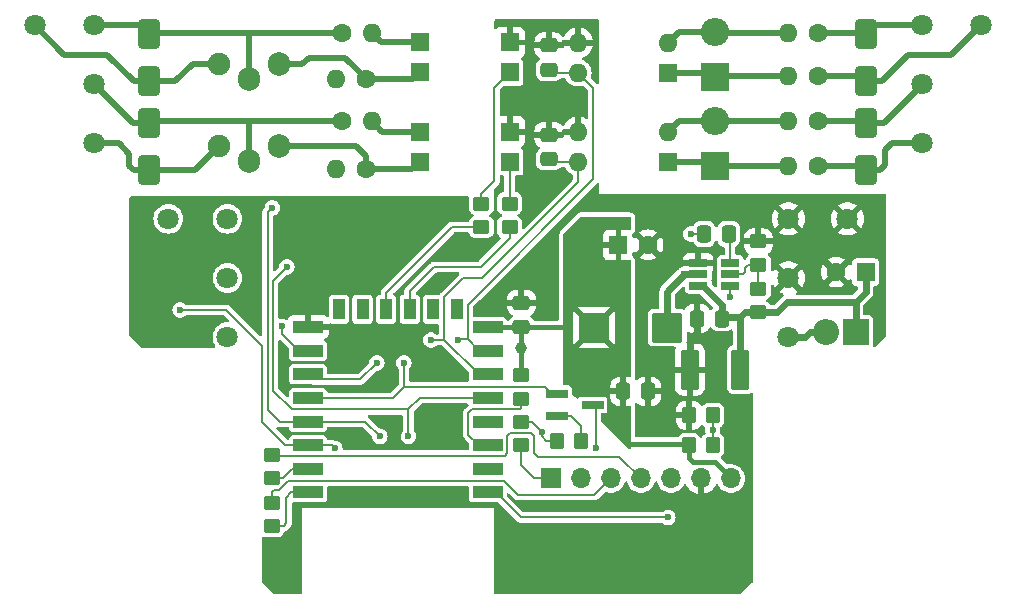
<source format=gtl>
G04 #@! TF.GenerationSoftware,KiCad,Pcbnew,7.0.6*
G04 #@! TF.CreationDate,2023-08-17T21:15:31+02:00*
G04 #@! TF.ProjectId,esp-switch,6573702d-7377-4697-9463-682e6b696361,rev?*
G04 #@! TF.SameCoordinates,Original*
G04 #@! TF.FileFunction,Copper,L1,Top*
G04 #@! TF.FilePolarity,Positive*
%FSLAX46Y46*%
G04 Gerber Fmt 4.6, Leading zero omitted, Abs format (unit mm)*
G04 Created by KiCad (PCBNEW 7.0.6) date 2023-08-17 21:15:31*
%MOMM*%
%LPD*%
G01*
G04 APERTURE LIST*
G04 Aperture macros list*
%AMRoundRect*
0 Rectangle with rounded corners*
0 $1 Rounding radius*
0 $2 $3 $4 $5 $6 $7 $8 $9 X,Y pos of 4 corners*
0 Add a 4 corners polygon primitive as box body*
4,1,4,$2,$3,$4,$5,$6,$7,$8,$9,$2,$3,0*
0 Add four circle primitives for the rounded corners*
1,1,$1+$1,$2,$3*
1,1,$1+$1,$4,$5*
1,1,$1+$1,$6,$7*
1,1,$1+$1,$8,$9*
0 Add four rect primitives between the rounded corners*
20,1,$1+$1,$2,$3,$4,$5,0*
20,1,$1+$1,$4,$5,$6,$7,0*
20,1,$1+$1,$6,$7,$8,$9,0*
20,1,$1+$1,$8,$9,$2,$3,0*%
G04 Aperture macros list end*
G04 #@! TA.AperFunction,ComponentPad*
%ADD10R,1.600000X1.600000*%
G04 #@! TD*
G04 #@! TA.AperFunction,ComponentPad*
%ADD11C,1.600000*%
G04 #@! TD*
G04 #@! TA.AperFunction,ComponentPad*
%ADD12O,1.600000X1.600000*%
G04 #@! TD*
G04 #@! TA.AperFunction,SMDPad,CuDef*
%ADD13RoundRect,0.250000X-0.350000X-0.450000X0.350000X-0.450000X0.350000X0.450000X-0.350000X0.450000X0*%
G04 #@! TD*
G04 #@! TA.AperFunction,ComponentPad*
%ADD14C,1.800000*%
G04 #@! TD*
G04 #@! TA.AperFunction,SMDPad,CuDef*
%ADD15RoundRect,0.250000X0.475000X-0.337500X0.475000X0.337500X-0.475000X0.337500X-0.475000X-0.337500X0*%
G04 #@! TD*
G04 #@! TA.AperFunction,SMDPad,CuDef*
%ADD16RoundRect,0.250000X-0.337500X-0.475000X0.337500X-0.475000X0.337500X0.475000X-0.337500X0.475000X0*%
G04 #@! TD*
G04 #@! TA.AperFunction,SMDPad,CuDef*
%ADD17RoundRect,0.250000X0.450000X-0.350000X0.450000X0.350000X-0.450000X0.350000X-0.450000X-0.350000X0*%
G04 #@! TD*
G04 #@! TA.AperFunction,ComponentPad*
%ADD18R,2.400000X2.400000*%
G04 #@! TD*
G04 #@! TA.AperFunction,ComponentPad*
%ADD19O,2.400000X2.400000*%
G04 #@! TD*
G04 #@! TA.AperFunction,SMDPad,CuDef*
%ADD20RoundRect,0.250000X0.537500X1.450000X-0.537500X1.450000X-0.537500X-1.450000X0.537500X-1.450000X0*%
G04 #@! TD*
G04 #@! TA.AperFunction,ComponentPad*
%ADD21C,1.905000*%
G04 #@! TD*
G04 #@! TA.AperFunction,ComponentPad*
%ADD22O,1.905000X2.000000*%
G04 #@! TD*
G04 #@! TA.AperFunction,SMDPad,CuDef*
%ADD23RoundRect,0.250000X0.337500X0.475000X-0.337500X0.475000X-0.337500X-0.475000X0.337500X-0.475000X0*%
G04 #@! TD*
G04 #@! TA.AperFunction,SMDPad,CuDef*
%ADD24RoundRect,0.200000X-1.100000X1.050000X-1.100000X-1.050000X1.100000X-1.050000X1.100000X1.050000X0*%
G04 #@! TD*
G04 #@! TA.AperFunction,SMDPad,CuDef*
%ADD25RoundRect,0.250000X0.350000X0.450000X-0.350000X0.450000X-0.350000X-0.450000X0.350000X-0.450000X0*%
G04 #@! TD*
G04 #@! TA.AperFunction,ComponentPad*
%ADD26R,1.700000X1.700000*%
G04 #@! TD*
G04 #@! TA.AperFunction,ComponentPad*
%ADD27O,1.700000X1.700000*%
G04 #@! TD*
G04 #@! TA.AperFunction,SMDPad,CuDef*
%ADD28RoundRect,0.250000X-0.650000X1.000000X-0.650000X-1.000000X0.650000X-1.000000X0.650000X1.000000X0*%
G04 #@! TD*
G04 #@! TA.AperFunction,ComponentPad*
%ADD29R,2.200000X2.200000*%
G04 #@! TD*
G04 #@! TA.AperFunction,ComponentPad*
%ADD30O,2.200000X2.200000*%
G04 #@! TD*
G04 #@! TA.AperFunction,SMDPad,CuDef*
%ADD31R,1.560000X0.650000*%
G04 #@! TD*
G04 #@! TA.AperFunction,SMDPad,CuDef*
%ADD32R,1.600000X1.600000*%
G04 #@! TD*
G04 #@! TA.AperFunction,SMDPad,CuDef*
%ADD33R,2.500000X1.000000*%
G04 #@! TD*
G04 #@! TA.AperFunction,SMDPad,CuDef*
%ADD34R,1.000000X1.800000*%
G04 #@! TD*
G04 #@! TA.AperFunction,SMDPad,CuDef*
%ADD35R,1.900000X0.800000*%
G04 #@! TD*
G04 #@! TA.AperFunction,SMDPad,CuDef*
%ADD36RoundRect,0.250000X-0.450000X0.350000X-0.450000X-0.350000X0.450000X-0.350000X0.450000X0.350000X0*%
G04 #@! TD*
G04 #@! TA.AperFunction,ViaPad*
%ADD37C,0.600000*%
G04 #@! TD*
G04 #@! TA.AperFunction,ViaPad*
%ADD38C,1.000000*%
G04 #@! TD*
G04 #@! TA.AperFunction,Conductor*
%ADD39C,0.600000*%
G04 #@! TD*
G04 #@! TA.AperFunction,Conductor*
%ADD40C,0.400000*%
G04 #@! TD*
G04 #@! TA.AperFunction,Conductor*
%ADD41C,0.200000*%
G04 #@! TD*
G04 #@! TA.AperFunction,Conductor*
%ADD42C,0.500000*%
G04 #@! TD*
G04 APERTURE END LIST*
D10*
X74141380Y-21905000D03*
D11*
X71641380Y-21905000D03*
X70100000Y-12954000D03*
D12*
X67560000Y-12954000D03*
D13*
X48022000Y-36195000D03*
X50022000Y-36195000D03*
D14*
X83900000Y-1000000D03*
X78900000Y-1000000D03*
X78900000Y-6000000D03*
X78900000Y-11000000D03*
D11*
X29774000Y-1651000D03*
D12*
X32314000Y-1651000D03*
D15*
X47326200Y-12340500D03*
X47326200Y-10265500D03*
D16*
X53623300Y-32004000D03*
X55698300Y-32004000D03*
D10*
X57400000Y-12578000D03*
D12*
X57400000Y-10038000D03*
X49780000Y-10038000D03*
X49780000Y-12578000D03*
D15*
X47326200Y-4781500D03*
X47326200Y-2706500D03*
D17*
X44000000Y-18100000D03*
X44000000Y-16100000D03*
D18*
X61400000Y-12908000D03*
D19*
X61400000Y-9098000D03*
D15*
X45000000Y-26564500D03*
X45000000Y-24489500D03*
D20*
X63539500Y-30160000D03*
X59264500Y-30160000D03*
D11*
X70100000Y-5334000D03*
D12*
X67560000Y-5334000D03*
D17*
X65059600Y-21304800D03*
X65059600Y-19304800D03*
D11*
X70100000Y-9144000D03*
D12*
X67560000Y-9144000D03*
D21*
X19360000Y-4311300D03*
D22*
X21900000Y-5581300D03*
X24440000Y-4311300D03*
D23*
X61960800Y-25842000D03*
X59885800Y-25842000D03*
D24*
X51139200Y-26604000D03*
X57339200Y-26604000D03*
D25*
X61198000Y-36576000D03*
X59198000Y-36576000D03*
D11*
X31864000Y-5588000D03*
D12*
X29324000Y-5588000D03*
D26*
X47498000Y-39370000D03*
D27*
X50038000Y-39370000D03*
X52578000Y-39370000D03*
X55118000Y-39370000D03*
X57658000Y-39370000D03*
X60198000Y-39370000D03*
X62738000Y-39370000D03*
D17*
X45000000Y-32623000D03*
X45000000Y-30623000D03*
X41600000Y-18100000D03*
X41600000Y-16100000D03*
D21*
X19360000Y-11245000D03*
D22*
X21900000Y-12515000D03*
X24440000Y-11245000D03*
D18*
X61400000Y-5349000D03*
D19*
X61400000Y-1539000D03*
D28*
X13500000Y-1756300D03*
X13500000Y-5756300D03*
D29*
X73284234Y-27010400D03*
D30*
X70744234Y-27010400D03*
D10*
X57400000Y-5019000D03*
D12*
X57400000Y-2479000D03*
X49780000Y-2479000D03*
X49780000Y-5019000D03*
D11*
X31864000Y-13208000D03*
D12*
X29324000Y-13208000D03*
D14*
X3800000Y-1000000D03*
X8800000Y-1000000D03*
X8800000Y-6000000D03*
X8800000Y-11000000D03*
D28*
X74200000Y-1766500D03*
X74200000Y-5766500D03*
D17*
X65059600Y-25318000D03*
X65059600Y-23318000D03*
D31*
X59972000Y-21148000D03*
X59972000Y-22098000D03*
X59972000Y-23048000D03*
X62672000Y-23048000D03*
X62672000Y-22098000D03*
X62672000Y-21148000D03*
D32*
X44010000Y-5003800D03*
X44010000Y-2463800D03*
X36390000Y-2463800D03*
X36390000Y-5003800D03*
D13*
X59198000Y-34036000D03*
X61198000Y-34036000D03*
D17*
X23876000Y-39354000D03*
X23876000Y-37354000D03*
D10*
X53217621Y-19600000D03*
D11*
X55717621Y-19600000D03*
X29774000Y-9144000D03*
D12*
X32314000Y-9144000D03*
D11*
X70100000Y-1651000D03*
D12*
X67560000Y-1651000D03*
D28*
X74200000Y-9280500D03*
X74200000Y-13280500D03*
D33*
X42144000Y-40561600D03*
X42144000Y-38561600D03*
X42144000Y-36561600D03*
X42144000Y-34561600D03*
X42144000Y-32561600D03*
X42144000Y-30561600D03*
X42144000Y-28561600D03*
X42144000Y-26561600D03*
D34*
X39544000Y-25061600D03*
X37544000Y-25061600D03*
X35544000Y-25061600D03*
X33544000Y-25061600D03*
X31544000Y-25061600D03*
X29544000Y-25061600D03*
D33*
X26944000Y-26561600D03*
X26944000Y-28561600D03*
X26944000Y-30561600D03*
X26944000Y-32561600D03*
X26944000Y-34561600D03*
X26944000Y-36561600D03*
X26944000Y-38561600D03*
X26944000Y-40561600D03*
D14*
X15100000Y-17400000D03*
X20100000Y-17400000D03*
X20100000Y-22400000D03*
X20100000Y-27400000D03*
D28*
X13500000Y-9270300D03*
X13500000Y-13270300D03*
D17*
X45000000Y-36560000D03*
X45000000Y-34560000D03*
D16*
X60466100Y-18679200D03*
X62541100Y-18679200D03*
D32*
X44010000Y-12562800D03*
X44010000Y-10022800D03*
X36390000Y-10022800D03*
X36390000Y-12562800D03*
D35*
X48030000Y-32197000D03*
X48030000Y-34097000D03*
X51030000Y-33147000D03*
D36*
X23876000Y-41418000D03*
X23876000Y-43418000D03*
D14*
X72600000Y-17400000D03*
X67600000Y-17400000D03*
X67600000Y-22400000D03*
X67600000Y-27400000D03*
D37*
X32500000Y-27500000D03*
X30000000Y-27500000D03*
X32500000Y-22500000D03*
X12500000Y-22500000D03*
X55000000Y-35000000D03*
X30000000Y-20000000D03*
X22500000Y-20000000D03*
X57500000Y-35000000D03*
X17500000Y-22500000D03*
X60000000Y-47500000D03*
X30000000Y-17500000D03*
X45000000Y-22500000D03*
X32500000Y-20000000D03*
X12500000Y-27500000D03*
X32500000Y-17500000D03*
X60500000Y-32500000D03*
X55000000Y-47500000D03*
X47500000Y-15000000D03*
X55000000Y-30000000D03*
X57500000Y-30000000D03*
X55000000Y-17500000D03*
X55000000Y-27500000D03*
X37500000Y-30000000D03*
X27500000Y-25000000D03*
X17500000Y-17500000D03*
X59900000Y-24300000D03*
X61402000Y-30160000D03*
X30000000Y-22500000D03*
X12500000Y-17500000D03*
X61500000Y-27500000D03*
X55000000Y-25000000D03*
X47500000Y-7500000D03*
X45000000Y-47500000D03*
X47500000Y-22500000D03*
X40000000Y-20000000D03*
X30000000Y-30000000D03*
X37500000Y-35000000D03*
X47500000Y-20000000D03*
X47500000Y-25000000D03*
X50000000Y-47500000D03*
X17500000Y-27500000D03*
X25000000Y-25000000D03*
X57500000Y-32500000D03*
X65000000Y-17500000D03*
X25000000Y-47500000D03*
X37405742Y-17492998D03*
X25000000Y-30000000D03*
X55000000Y-22500000D03*
X57500000Y-17500000D03*
D38*
X45000000Y-28321000D03*
D37*
X57404000Y-42672000D03*
X37338000Y-27658500D03*
X39624000Y-27686000D03*
X35433000Y-35814000D03*
X25146000Y-21463000D03*
X24765000Y-26500498D03*
X23901400Y-16459200D03*
X33020000Y-35814000D03*
X29210000Y-36830000D03*
X16100000Y-25100000D03*
X32766000Y-29591000D03*
X35052000Y-29591000D03*
X58796000Y-22098000D03*
X59344600Y-18679200D03*
X62672000Y-24013200D03*
X61198000Y-35255200D03*
X46736000Y-35433000D03*
X51308000Y-36830000D03*
D39*
X60348000Y-23048000D02*
X61960800Y-24660800D01*
X63958000Y-25318000D02*
X63535600Y-25740400D01*
X74141380Y-23618220D02*
X73284234Y-24475366D01*
X63535600Y-25740400D02*
X63535600Y-29398000D01*
X62062400Y-25740400D02*
X61960800Y-25842000D01*
X61960800Y-24660800D02*
X61960800Y-25842000D01*
X66675800Y-25318000D02*
X65059600Y-25318000D01*
X59972000Y-23048000D02*
X60348000Y-23048000D01*
X73284234Y-24475366D02*
X67518434Y-24475366D01*
X63535600Y-25740400D02*
X62062400Y-25740400D01*
X65059600Y-25318000D02*
X63958000Y-25318000D01*
X67518434Y-24475366D02*
X66675800Y-25318000D01*
X74141380Y-21905000D02*
X74141380Y-23618220D01*
X73284234Y-24475366D02*
X73284234Y-27010400D01*
X59885800Y-25842000D02*
X59885800Y-26977200D01*
X59885800Y-26977200D02*
X59264500Y-27598500D01*
X59264500Y-27598500D02*
X59264500Y-30160000D01*
D40*
X44997100Y-26561600D02*
X45000000Y-26564500D01*
X62738000Y-39300000D02*
X61411000Y-37973000D01*
X61411000Y-37973000D02*
X59563000Y-37973000D01*
X45000000Y-26564500D02*
X45000000Y-30623000D01*
X59198000Y-37608000D02*
X59198000Y-36449000D01*
X45000000Y-26564500D02*
X48514000Y-26564500D01*
X42144000Y-26561600D02*
X44997100Y-26561600D01*
X59563000Y-37973000D02*
X59198000Y-37608000D01*
X59198000Y-36449000D02*
X54254400Y-36449000D01*
D41*
X42847600Y-40561600D02*
X44958000Y-42672000D01*
X44958000Y-42672000D02*
X57404000Y-42672000D01*
X42144000Y-40561600D02*
X42847600Y-40561600D01*
X37617400Y-21463000D02*
X41537000Y-21463000D01*
X41537000Y-21463000D02*
X44000000Y-19000000D01*
X44000000Y-19000000D02*
X44000000Y-18100000D01*
X35544000Y-25061600D02*
X35544000Y-23536400D01*
X35544000Y-23536400D02*
X37617400Y-21463000D01*
X39100000Y-18100000D02*
X41600000Y-18100000D01*
X33544000Y-25061600D02*
X33544000Y-23656000D01*
X33544000Y-23656000D02*
X39100000Y-18100000D01*
D39*
X69428400Y-27010400D02*
X69038800Y-27400000D01*
X70744234Y-27010400D02*
X69428400Y-27010400D01*
X69038800Y-27400000D02*
X67600000Y-27400000D01*
D42*
X61070000Y-5019000D02*
X61400000Y-5349000D01*
X67560000Y-5334000D02*
X61415000Y-5334000D01*
X61415000Y-5334000D02*
X61400000Y-5349000D01*
X57400000Y-5019000D02*
X61070000Y-5019000D01*
X67560000Y-1651000D02*
X61512000Y-1651000D01*
X61512000Y-1651000D02*
X61400000Y-1539000D01*
X57400000Y-2479000D02*
X58340000Y-1539000D01*
X58340000Y-1539000D02*
X61400000Y-1539000D01*
X57400000Y-12578000D02*
X61070000Y-12578000D01*
X67560000Y-12954000D02*
X61446000Y-12954000D01*
X61446000Y-12954000D02*
X61400000Y-12908000D01*
X61070000Y-12578000D02*
X61400000Y-12908000D01*
X57400000Y-10038000D02*
X58340000Y-9098000D01*
X67560000Y-9144000D02*
X61446000Y-9144000D01*
X58340000Y-9098000D02*
X61400000Y-9098000D01*
X61446000Y-9144000D02*
X61400000Y-9098000D01*
D41*
X40827600Y-33528000D02*
X44844000Y-33528000D01*
X40513000Y-35680600D02*
X40513000Y-33842600D01*
X44844000Y-33528000D02*
X45000000Y-33372000D01*
X41394000Y-36561600D02*
X40513000Y-35680600D01*
X45000000Y-33372000D02*
X45000000Y-32623000D01*
X42144000Y-36561600D02*
X41394000Y-36561600D01*
X40513000Y-33842600D02*
X40827600Y-33528000D01*
X45000000Y-38269000D02*
X46101000Y-39370000D01*
X45000000Y-36560000D02*
X45000000Y-38269000D01*
X46101000Y-39370000D02*
X47498000Y-39370000D01*
X42144000Y-30561600D02*
X41394000Y-30561600D01*
X38481000Y-24003000D02*
X40084000Y-22400000D01*
X41394000Y-30561600D02*
X38481000Y-27648600D01*
X37347900Y-27648600D02*
X37338000Y-27658500D01*
X38481000Y-27648600D02*
X38481000Y-24003000D01*
X38481000Y-27648600D02*
X37347900Y-27648600D01*
X49780000Y-14320000D02*
X49780000Y-12578000D01*
X47563700Y-12578000D02*
X47326200Y-12340500D01*
X41700000Y-22400000D02*
X49780000Y-14320000D01*
X49780000Y-12578000D02*
X47563700Y-12578000D01*
X40084000Y-22400000D02*
X41700000Y-22400000D01*
X47563700Y-5019000D02*
X47326200Y-4781500D01*
X42144000Y-28561600D02*
X41394000Y-28561600D01*
X40436800Y-27604400D02*
X40436800Y-24663200D01*
X51100000Y-6339000D02*
X49780000Y-5019000D01*
X51100000Y-14000000D02*
X51100000Y-6339000D01*
X39705600Y-27604400D02*
X39624000Y-27686000D01*
X40436800Y-27604400D02*
X39705600Y-27604400D01*
X41394000Y-28561600D02*
X40436800Y-27604400D01*
X40436800Y-24663200D02*
X51100000Y-14000000D01*
X49780000Y-5019000D02*
X47563700Y-5019000D01*
X35433000Y-33528000D02*
X25560400Y-33528000D01*
X36399400Y-32561600D02*
X35433000Y-33528000D01*
X25560400Y-33528000D02*
X23977600Y-31945200D01*
X23977600Y-22631400D02*
X25146000Y-21463000D01*
X23977600Y-31945200D02*
X23977600Y-22631400D01*
X35433000Y-35814000D02*
X35433000Y-33528000D01*
X42144000Y-32561600D02*
X36399400Y-32561600D01*
X26194000Y-28561600D02*
X24765000Y-27132600D01*
X24765000Y-27132600D02*
X24765000Y-26500498D01*
X26944000Y-28561600D02*
X26194000Y-28561600D01*
X24528600Y-34561600D02*
X26944000Y-34561600D01*
X31767600Y-34561600D02*
X33020000Y-35814000D01*
X23520400Y-16840200D02*
X23520400Y-33553400D01*
X23901400Y-16459200D02*
X23520400Y-16840200D01*
X26944000Y-34561600D02*
X31767600Y-34561600D01*
X23520400Y-33553400D02*
X24528600Y-34561600D01*
X26944000Y-36561600D02*
X28941600Y-36561600D01*
X23063200Y-28143200D02*
X23063200Y-34620200D01*
X28941600Y-36561600D02*
X29210000Y-36830000D01*
X23063200Y-34620200D02*
X25004600Y-36561600D01*
X20020000Y-25100000D02*
X23063200Y-28143200D01*
X25004600Y-36561600D02*
X26944000Y-36561600D01*
X16100000Y-25100000D02*
X20020000Y-25100000D01*
X31369000Y-30988000D02*
X27370400Y-30988000D01*
X32766000Y-29591000D02*
X31369000Y-30988000D01*
X27370400Y-30988000D02*
X26944000Y-30561600D01*
X35052000Y-31623000D02*
X46990000Y-31623000D01*
X46990000Y-31623000D02*
X47564000Y-32197000D01*
X35052000Y-31623000D02*
X34113400Y-32561600D01*
X34113400Y-32561600D02*
X26944000Y-32561600D01*
X35052000Y-31623000D02*
X35052000Y-29591000D01*
X47564000Y-32197000D02*
X48030000Y-32197000D01*
X43505600Y-39573200D02*
X44699400Y-40767000D01*
X24079200Y-40335200D02*
X24472617Y-40335200D01*
X23876000Y-40538400D02*
X24079200Y-40335200D01*
X44699400Y-40767000D02*
X51181000Y-40767000D01*
X51181000Y-40767000D02*
X52578000Y-39370000D01*
X24472617Y-40335200D02*
X25234617Y-39573200D01*
X23876000Y-41418000D02*
X23876000Y-40538400D01*
X25234617Y-39573200D02*
X43505600Y-39573200D01*
X25095200Y-43180000D02*
X24857200Y-43418000D01*
X25095200Y-40995600D02*
X25095200Y-43180000D01*
X25529200Y-40561600D02*
X25095200Y-40995600D01*
X26944000Y-40561600D02*
X25529200Y-40561600D01*
X24857200Y-43418000D02*
X23876000Y-43418000D01*
X25573400Y-38561600D02*
X24781000Y-39354000D01*
X26944000Y-38561600D02*
X25573400Y-38561600D01*
X24781000Y-39354000D02*
X23876000Y-39354000D01*
X46101000Y-37211000D02*
X46431200Y-37541200D01*
X43595600Y-37460000D02*
X43815000Y-37240600D01*
X23876000Y-37354000D02*
X23982000Y-37460000D01*
X47701200Y-37541200D02*
X53289200Y-37541200D01*
X44069000Y-35560000D02*
X45847000Y-35560000D01*
X46101000Y-35814000D02*
X46101000Y-37211000D01*
X46431200Y-37541200D02*
X47752000Y-37541200D01*
X23982000Y-37460000D02*
X43595600Y-37460000D01*
X43815000Y-37240600D02*
X43815000Y-35814000D01*
X45847000Y-35560000D02*
X46101000Y-35814000D01*
X43815000Y-35814000D02*
X44069000Y-35560000D01*
X53289200Y-37541200D02*
X55118000Y-39370000D01*
D39*
X57339200Y-23554800D02*
X57339200Y-26604000D01*
X59972000Y-22098000D02*
X58796000Y-22098000D01*
X58796000Y-22098000D02*
X57339200Y-23554800D01*
D41*
X59344600Y-18679200D02*
X60466100Y-18679200D01*
X62672000Y-18810100D02*
X62672000Y-21148000D01*
X62541100Y-18679200D02*
X62672000Y-18810100D01*
X65059600Y-23318000D02*
X65059600Y-22108200D01*
X63942000Y-21905000D02*
X63749000Y-22098000D01*
X64189400Y-21304800D02*
X63942000Y-21552200D01*
X65059600Y-22108200D02*
X65059600Y-21304800D01*
X63749000Y-22098000D02*
X62672000Y-22098000D01*
X65059600Y-21304800D02*
X64189400Y-21304800D01*
X63942000Y-21552200D02*
X63942000Y-21905000D01*
X62672000Y-24013200D02*
X62672000Y-23048000D01*
X61198000Y-35255200D02*
X61198000Y-36449000D01*
X61198000Y-34036000D02*
X61198000Y-35255200D01*
D42*
X26996000Y-3738000D02*
X30090296Y-3738000D01*
X24440000Y-4311300D02*
X26422700Y-4311300D01*
X31864000Y-5464000D02*
X31864000Y-5588000D01*
X31864000Y-5588000D02*
X35805800Y-5588000D01*
X31864000Y-5511704D02*
X31864000Y-5588000D01*
X30090296Y-3738000D02*
X31864000Y-5511704D01*
X26422700Y-4311300D02*
X26996000Y-3738000D01*
X35805800Y-5588000D02*
X36390000Y-5003800D01*
X35744800Y-13208000D02*
X36390000Y-12562800D01*
X31864000Y-13208000D02*
X35744800Y-13208000D01*
X24440000Y-11245000D02*
X31032370Y-11245000D01*
X31864000Y-12076630D02*
X31864000Y-13208000D01*
X31032370Y-11245000D02*
X31864000Y-12076630D01*
D41*
X42700000Y-6313800D02*
X42700000Y-14200000D01*
X41600000Y-15300000D02*
X41600000Y-16100000D01*
X44010000Y-5003800D02*
X42700000Y-6313800D01*
X42700000Y-14200000D02*
X41600000Y-15300000D01*
D42*
X36390000Y-2463800D02*
X33126800Y-2463800D01*
X33126800Y-2463800D02*
X32314000Y-1651000D01*
D41*
X44010000Y-16090000D02*
X44000000Y-16100000D01*
X44010000Y-12562800D02*
X44010000Y-16090000D01*
D42*
X36390000Y-10022800D02*
X33192800Y-10022800D01*
X33192800Y-10022800D02*
X32314000Y-9144000D01*
D41*
X46736000Y-35433000D02*
X45863000Y-34560000D01*
X46736000Y-35814000D02*
X46736000Y-35433000D01*
X48022000Y-36195000D02*
X47117000Y-36195000D01*
X47117000Y-36195000D02*
X46736000Y-35814000D01*
X45863000Y-34560000D02*
X45000000Y-34560000D01*
X50022000Y-34909000D02*
X50022000Y-36195000D01*
X49210000Y-34097000D02*
X50022000Y-34909000D01*
X48030000Y-34097000D02*
X49210000Y-34097000D01*
X51308000Y-33425000D02*
X51030000Y-33147000D01*
X51308000Y-36830000D02*
X51308000Y-33425000D01*
D42*
X74966500Y-1000000D02*
X74200000Y-1766500D01*
X78900000Y-1000000D02*
X74966500Y-1000000D01*
X70100000Y-1651000D02*
X74084500Y-1651000D01*
X74084500Y-1651000D02*
X74200000Y-1766500D01*
X73767500Y-5334000D02*
X74200000Y-5766500D01*
X70100000Y-5334000D02*
X73767500Y-5334000D01*
X77724000Y-3556000D02*
X75513500Y-5766500D01*
X83900000Y-1000000D02*
X81344000Y-3556000D01*
X75513500Y-5766500D02*
X74200000Y-5766500D01*
X81344000Y-3556000D02*
X77724000Y-3556000D01*
X78900000Y-6000000D02*
X78900000Y-6063000D01*
X75682500Y-9280500D02*
X74200000Y-9280500D01*
X74063500Y-9144000D02*
X74200000Y-9280500D01*
X78900000Y-6063000D02*
X75682500Y-9280500D01*
X70100000Y-9144000D02*
X74063500Y-9144000D01*
X70100000Y-12954000D02*
X73873500Y-12954000D01*
X75819000Y-11557000D02*
X75819000Y-12827000D01*
X73873500Y-12954000D02*
X74200000Y-13280500D01*
X76376000Y-11000000D02*
X75819000Y-11557000D01*
X75819000Y-12827000D02*
X75365500Y-13280500D01*
X78900000Y-11000000D02*
X76376000Y-11000000D01*
X75365500Y-13280500D02*
X74200000Y-13280500D01*
X21900000Y-5581300D02*
X21900000Y-1707000D01*
X8800000Y-1000000D02*
X12743700Y-1000000D01*
X21844000Y-1651000D02*
X13605300Y-1651000D01*
X21900000Y-1707000D02*
X21844000Y-1651000D01*
X29774000Y-1651000D02*
X21844000Y-1651000D01*
X12743700Y-1000000D02*
X13500000Y-1756300D01*
X13605300Y-1651000D02*
X13500000Y-1756300D01*
X17151700Y-4311300D02*
X19360000Y-4311300D01*
X6300000Y-3500000D02*
X9900000Y-3500000D01*
X9900000Y-3500000D02*
X12156300Y-5756300D01*
X17151700Y-4311300D02*
X15706700Y-5756300D01*
X15706700Y-5756300D02*
X13500000Y-5756300D01*
X12156300Y-5756300D02*
X13500000Y-5756300D01*
X3800000Y-1000000D02*
X6300000Y-3500000D01*
X21900000Y-12515000D02*
X21900000Y-9215000D01*
X29774000Y-9144000D02*
X21971000Y-9144000D01*
X8800000Y-6000000D02*
X12070300Y-9270300D01*
X21971000Y-9144000D02*
X13626300Y-9144000D01*
X13626300Y-9144000D02*
X13500000Y-9270300D01*
X21900000Y-9215000D02*
X21971000Y-9144000D01*
X12070300Y-9270300D02*
X13500000Y-9270300D01*
X11800000Y-12900000D02*
X12170300Y-13270300D01*
X11800000Y-11900000D02*
X11800000Y-12900000D01*
X10900000Y-11000000D02*
X11800000Y-11900000D01*
X12170300Y-13270300D02*
X13500000Y-13270300D01*
X8800000Y-11000000D02*
X10900000Y-11000000D01*
X19360000Y-11245000D02*
X17334700Y-13270300D01*
X17334700Y-13270300D02*
X13500000Y-13270300D01*
G04 #@! TA.AperFunction,Conductor*
G36*
X54259191Y-17218907D02*
G01*
X54295155Y-17268407D01*
X54300000Y-17299000D01*
X54300000Y-18229087D01*
X54281093Y-18287278D01*
X54231593Y-18323242D01*
X54170407Y-18323242D01*
X54166405Y-18321846D01*
X54124998Y-18306402D01*
X54124991Y-18306401D01*
X54065445Y-18300000D01*
X53467621Y-18300000D01*
X53467621Y-19284314D01*
X53455666Y-19272359D01*
X53342769Y-19214835D01*
X53249102Y-19200000D01*
X53186140Y-19200000D01*
X53092473Y-19214835D01*
X52979576Y-19272359D01*
X52967620Y-19284314D01*
X52967621Y-18300000D01*
X52369797Y-18300000D01*
X52310250Y-18306401D01*
X52310239Y-18306403D01*
X52175532Y-18356646D01*
X52175530Y-18356647D01*
X52060436Y-18442807D01*
X52060428Y-18442815D01*
X51974268Y-18557909D01*
X51974267Y-18557911D01*
X51924024Y-18692618D01*
X51924022Y-18692629D01*
X51917621Y-18752175D01*
X51917621Y-19349999D01*
X51917622Y-19350000D01*
X52901935Y-19350000D01*
X52889980Y-19361955D01*
X52832456Y-19474852D01*
X52812635Y-19600000D01*
X52832456Y-19725148D01*
X52889980Y-19838045D01*
X52901935Y-19850000D01*
X51917621Y-19850000D01*
X51917621Y-20447824D01*
X51917620Y-20447824D01*
X51924022Y-20507370D01*
X51924024Y-20507381D01*
X51974267Y-20642088D01*
X51974268Y-20642090D01*
X52060428Y-20757184D01*
X52060436Y-20757192D01*
X52175530Y-20843352D01*
X52175532Y-20843353D01*
X52310239Y-20893596D01*
X52310250Y-20893598D01*
X52369797Y-20900000D01*
X52967620Y-20900000D01*
X52967621Y-20899999D01*
X52967621Y-19915686D01*
X52979576Y-19927641D01*
X53092473Y-19985165D01*
X53186140Y-20000000D01*
X53249102Y-20000000D01*
X53342769Y-19985165D01*
X53455666Y-19927641D01*
X53467621Y-19915685D01*
X53467621Y-20899999D01*
X53467622Y-20900000D01*
X54065445Y-20900000D01*
X54124991Y-20893598D01*
X54125000Y-20893596D01*
X54166401Y-20878154D01*
X54227531Y-20875532D01*
X54278526Y-20909342D01*
X54299909Y-20966669D01*
X54300000Y-20970911D01*
X54300000Y-30714196D01*
X54281093Y-30772387D01*
X54231593Y-30808351D01*
X54170407Y-30808351D01*
X54169860Y-30808171D01*
X54113493Y-30789493D01*
X54010787Y-30779000D01*
X53873301Y-30779000D01*
X53873300Y-30779001D01*
X53873300Y-33228998D01*
X53873301Y-33228999D01*
X54010786Y-33228999D01*
X54113487Y-33218507D01*
X54113495Y-33218505D01*
X54169859Y-33199828D01*
X54231043Y-33199472D01*
X54280752Y-33235146D01*
X54299998Y-33293226D01*
X54300000Y-33293803D01*
X54300000Y-36769686D01*
X54281093Y-36827877D01*
X54231593Y-36863841D01*
X54170407Y-36863841D01*
X54132879Y-36841523D01*
X51739379Y-34571824D01*
X51710164Y-34518064D01*
X51708500Y-34499987D01*
X51708500Y-33946499D01*
X51727407Y-33888308D01*
X51776907Y-33852344D01*
X51807500Y-33847499D01*
X52024861Y-33847499D01*
X52024864Y-33847499D01*
X52049991Y-33844585D01*
X52152765Y-33799206D01*
X52232206Y-33719765D01*
X52277585Y-33616991D01*
X52280500Y-33591865D01*
X52280499Y-32702136D01*
X52277585Y-32677009D01*
X52232206Y-32574235D01*
X52186957Y-32528986D01*
X52535801Y-32528986D01*
X52546292Y-32631687D01*
X52546295Y-32631699D01*
X52601443Y-32798124D01*
X52693480Y-32947340D01*
X52817459Y-33071319D01*
X52966675Y-33163356D01*
X53133106Y-33218506D01*
X53235813Y-33228999D01*
X53373300Y-33228999D01*
X53373300Y-32254000D01*
X52535802Y-32254000D01*
X52535801Y-32254001D01*
X52535801Y-32528986D01*
X52186957Y-32528986D01*
X52152765Y-32494794D01*
X52049991Y-32449415D01*
X52049990Y-32449414D01*
X52049988Y-32449414D01*
X52024868Y-32446500D01*
X50035139Y-32446500D01*
X50035136Y-32446501D01*
X50010009Y-32449414D01*
X49907235Y-32494794D01*
X49827793Y-32574236D01*
X49826999Y-32576036D01*
X49825129Y-32578125D01*
X49822610Y-32581803D01*
X49822131Y-32581475D01*
X49786197Y-32621631D01*
X49726388Y-32634535D01*
X49670417Y-32609820D01*
X49668314Y-32607883D01*
X49311378Y-32269409D01*
X49282163Y-32215649D01*
X49280499Y-32197577D01*
X49280499Y-31753998D01*
X52535800Y-31753998D01*
X52535801Y-31754000D01*
X53373299Y-31754000D01*
X53373300Y-31753998D01*
X53373300Y-30779001D01*
X53373299Y-30779000D01*
X53235813Y-30779000D01*
X53235813Y-30779001D01*
X53133112Y-30789492D01*
X53133100Y-30789495D01*
X52966675Y-30844643D01*
X52817459Y-30936680D01*
X52693480Y-31060659D01*
X52601443Y-31209875D01*
X52546293Y-31376306D01*
X52535800Y-31479012D01*
X52535800Y-31753998D01*
X49280499Y-31753998D01*
X49280499Y-31752136D01*
X49277585Y-31727009D01*
X49232206Y-31624235D01*
X49152765Y-31544794D01*
X49049991Y-31499415D01*
X49049990Y-31499414D01*
X49049988Y-31499414D01*
X49024869Y-31496500D01*
X48599000Y-31496500D01*
X48540809Y-31477593D01*
X48504845Y-31428093D01*
X48500000Y-31397500D01*
X48500000Y-28308881D01*
X49787870Y-28308881D01*
X49912089Y-28347589D01*
X49912095Y-28347591D01*
X49982624Y-28353999D01*
X52295766Y-28353999D01*
X52295782Y-28353998D01*
X52366307Y-28347590D01*
X52490528Y-28308881D01*
X51139199Y-26957553D01*
X49787870Y-28308881D01*
X48500000Y-28308881D01*
X48500000Y-27710566D01*
X49339200Y-27710566D01*
X49339201Y-27710582D01*
X49345608Y-27781103D01*
X49345610Y-27781109D01*
X49396180Y-27943396D01*
X49415043Y-27974601D01*
X50785645Y-26603999D01*
X51492753Y-26603999D01*
X52863355Y-27974601D01*
X52882215Y-27943404D01*
X52882220Y-27943392D01*
X52932789Y-27781110D01*
X52932791Y-27781104D01*
X52939199Y-27710581D01*
X52939199Y-25497433D01*
X52939198Y-25497417D01*
X52932791Y-25426896D01*
X52932789Y-25426890D01*
X52882220Y-25264606D01*
X52882215Y-25264595D01*
X52863355Y-25233397D01*
X51492753Y-26603999D01*
X50785645Y-26603999D01*
X49415043Y-25233397D01*
X49396182Y-25264598D01*
X49396182Y-25264599D01*
X49345610Y-25426889D01*
X49345608Y-25426895D01*
X49339200Y-25497418D01*
X49339200Y-27710566D01*
X48500000Y-27710566D01*
X48500000Y-24899117D01*
X49787871Y-24899117D01*
X51139199Y-26250445D01*
X52490527Y-24899117D01*
X52366306Y-24860409D01*
X52295775Y-24854000D01*
X49982633Y-24854000D01*
X49982617Y-24854001D01*
X49912096Y-24860408D01*
X49912087Y-24860410D01*
X49787871Y-24899117D01*
X48500000Y-24899117D01*
X48500000Y-18839148D01*
X48518907Y-18780957D01*
X48526769Y-18771445D01*
X49907188Y-17299000D01*
X49970666Y-17231290D01*
X50024258Y-17201769D01*
X50042890Y-17200000D01*
X54201000Y-17200000D01*
X54259191Y-17218907D01*
G37*
G04 #@! TD.AperFunction*
G04 #@! TA.AperFunction,Conductor*
G36*
X51519334Y-14320282D02*
G01*
X51575267Y-14362154D01*
X51599684Y-14427618D01*
X51600000Y-14436464D01*
X51600000Y-15300000D01*
X73273586Y-15300000D01*
X73309579Y-15305338D01*
X73344066Y-15315800D01*
X73344065Y-15315800D01*
X73382647Y-15319600D01*
X73498392Y-15331000D01*
X73498395Y-15331000D01*
X74901605Y-15331000D01*
X74901608Y-15331000D01*
X75055934Y-15315800D01*
X75090420Y-15305338D01*
X75126414Y-15300000D01*
X75782928Y-15300000D01*
X75849967Y-15319685D01*
X75895722Y-15372489D01*
X75906927Y-15424070D01*
X75905404Y-18035290D01*
X75900029Y-27248680D01*
X75880305Y-27315708D01*
X75863710Y-27336289D01*
X74944153Y-28255846D01*
X74882830Y-28289331D01*
X74813138Y-28284347D01*
X74757205Y-28242475D01*
X74732788Y-28177011D01*
X74733767Y-28150293D01*
X74734734Y-28143660D01*
X74734734Y-25877140D01*
X74734075Y-25872620D01*
X74726337Y-25819506D01*
X74724807Y-25809007D01*
X74673432Y-25703917D01*
X74673430Y-25703915D01*
X74673430Y-25703914D01*
X74590719Y-25621203D01*
X74485625Y-25569826D01*
X74417495Y-25559900D01*
X74417494Y-25559900D01*
X74058734Y-25559900D01*
X73991695Y-25540215D01*
X73945940Y-25487411D01*
X73934734Y-25435900D01*
X73934734Y-24796173D01*
X73954419Y-24729134D01*
X73971049Y-24708496D01*
X74540893Y-24138651D01*
X74553459Y-24128585D01*
X74553305Y-24128398D01*
X74559317Y-24123424D01*
X74559317Y-24123423D01*
X74559320Y-24123422D01*
X74608570Y-24070975D01*
X74630291Y-24049255D01*
X74634781Y-24043465D01*
X74638563Y-24039035D01*
X74671828Y-24003613D01*
X74682054Y-23985010D01*
X74692733Y-23968753D01*
X74705742Y-23951984D01*
X74725036Y-23907395D01*
X74727592Y-23902176D01*
X74751007Y-23859588D01*
X74756285Y-23839026D01*
X74762587Y-23820619D01*
X74771015Y-23801147D01*
X74777230Y-23761899D01*
X74778613Y-23753173D01*
X74779795Y-23747462D01*
X74791880Y-23700397D01*
X74791880Y-23679170D01*
X74793407Y-23659770D01*
X74794042Y-23655760D01*
X74796726Y-23638816D01*
X74792155Y-23590459D01*
X74791880Y-23584621D01*
X74791880Y-23179500D01*
X74811565Y-23112461D01*
X74864369Y-23066706D01*
X74915880Y-23055500D01*
X74974641Y-23055500D01*
X74997350Y-23052191D01*
X75042773Y-23045573D01*
X75147863Y-22994198D01*
X75230578Y-22911483D01*
X75281953Y-22806393D01*
X75291880Y-22738260D01*
X75291880Y-21071740D01*
X75281953Y-21003607D01*
X75230578Y-20898517D01*
X75230576Y-20898515D01*
X75230576Y-20898514D01*
X75147865Y-20815803D01*
X75042771Y-20764426D01*
X74974641Y-20754500D01*
X74974640Y-20754500D01*
X73308120Y-20754500D01*
X73308119Y-20754500D01*
X73239988Y-20764426D01*
X73134894Y-20815803D01*
X73052183Y-20898514D01*
X73000806Y-21003608D01*
X72990880Y-21071739D01*
X72990880Y-21172526D01*
X72971195Y-21239565D01*
X72918391Y-21285320D01*
X72849233Y-21295264D01*
X72785677Y-21266239D01*
X72765305Y-21243649D01*
X72720406Y-21179526D01*
X72720405Y-21179526D01*
X72039333Y-21860598D01*
X72026545Y-21779852D01*
X71969021Y-21666955D01*
X71879425Y-21577359D01*
X71766528Y-21519835D01*
X71685780Y-21507046D01*
X72366852Y-20825974D01*
X72366851Y-20825973D01*
X72293863Y-20774866D01*
X72293861Y-20774865D01*
X72087706Y-20678734D01*
X72087697Y-20678730D01*
X71867990Y-20619860D01*
X71867979Y-20619858D01*
X71641382Y-20600034D01*
X71641378Y-20600034D01*
X71414780Y-20619858D01*
X71414769Y-20619860D01*
X71195062Y-20678730D01*
X71195053Y-20678734D01*
X70988893Y-20774868D01*
X70915907Y-20825972D01*
X70915906Y-20825973D01*
X71596980Y-21507046D01*
X71516232Y-21519835D01*
X71403335Y-21577359D01*
X71313739Y-21666955D01*
X71256215Y-21779852D01*
X71243426Y-21860599D01*
X70562353Y-21179526D01*
X70562352Y-21179527D01*
X70511248Y-21252513D01*
X70415114Y-21458673D01*
X70415110Y-21458682D01*
X70356240Y-21678389D01*
X70356238Y-21678400D01*
X70336414Y-21904997D01*
X70336414Y-21905002D01*
X70356238Y-22131599D01*
X70356240Y-22131610D01*
X70415110Y-22351317D01*
X70415114Y-22351326D01*
X70511245Y-22557481D01*
X70511246Y-22557483D01*
X70562353Y-22630471D01*
X70562354Y-22630472D01*
X71243426Y-21949399D01*
X71256215Y-22030148D01*
X71313739Y-22143045D01*
X71403335Y-22232641D01*
X71516232Y-22290165D01*
X71596979Y-22302953D01*
X70915906Y-22984025D01*
X70915906Y-22984026D01*
X70988892Y-23035131D01*
X70988896Y-23035133D01*
X71195053Y-23131265D01*
X71195062Y-23131269D01*
X71414769Y-23190139D01*
X71414780Y-23190141D01*
X71641378Y-23209966D01*
X71641382Y-23209966D01*
X71867979Y-23190141D01*
X71867990Y-23190139D01*
X72087697Y-23131269D01*
X72087711Y-23131264D01*
X72293858Y-23035136D01*
X72366852Y-22984025D01*
X71685781Y-22302953D01*
X71766528Y-22290165D01*
X71879425Y-22232641D01*
X71969021Y-22143045D01*
X72026545Y-22030148D01*
X72039333Y-21949400D01*
X72720405Y-22630472D01*
X72765305Y-22566349D01*
X72819882Y-22522725D01*
X72889381Y-22515532D01*
X72951735Y-22547054D01*
X72987149Y-22607284D01*
X72990880Y-22637473D01*
X72990880Y-22738260D01*
X73000806Y-22806391D01*
X73052183Y-22911485D01*
X73134894Y-22994196D01*
X73134895Y-22994196D01*
X73134897Y-22994198D01*
X73239987Y-23045573D01*
X73267612Y-23049598D01*
X73308119Y-23055500D01*
X73308120Y-23055500D01*
X73366880Y-23055500D01*
X73433919Y-23075185D01*
X73479674Y-23127989D01*
X73490880Y-23179500D01*
X73490880Y-23297411D01*
X73471195Y-23364450D01*
X73454561Y-23385092D01*
X73051107Y-23788547D01*
X72989784Y-23822032D01*
X72963426Y-23824866D01*
X68398246Y-23824866D01*
X68331207Y-23805181D01*
X68285452Y-23752377D01*
X68275508Y-23683219D01*
X68304533Y-23619663D01*
X68339228Y-23591812D01*
X68368342Y-23576056D01*
X68368349Y-23576051D01*
X68398798Y-23552351D01*
X67809220Y-22962773D01*
X67902588Y-22924099D01*
X68027925Y-22827925D01*
X68124099Y-22702589D01*
X68162773Y-22609220D01*
X68751186Y-23197634D01*
X68835484Y-23068606D01*
X68928682Y-22856135D01*
X68985638Y-22631218D01*
X69004798Y-22400005D01*
X69004798Y-22399994D01*
X68985638Y-22168781D01*
X68928682Y-21943864D01*
X68835483Y-21731390D01*
X68751186Y-21602364D01*
X68162772Y-22190778D01*
X68124099Y-22097412D01*
X68027925Y-21972075D01*
X67902588Y-21875901D01*
X67809220Y-21837227D01*
X68398799Y-21247648D01*
X68398799Y-21247647D01*
X68368349Y-21223949D01*
X68164302Y-21113523D01*
X68164293Y-21113520D01*
X67944860Y-21038188D01*
X67716007Y-21000000D01*
X67483993Y-21000000D01*
X67255139Y-21038188D01*
X67035706Y-21113520D01*
X67035698Y-21113523D01*
X66831644Y-21223952D01*
X66801200Y-21247646D01*
X66801200Y-21247647D01*
X67390779Y-21837226D01*
X67297412Y-21875901D01*
X67172075Y-21972075D01*
X67075901Y-22097411D01*
X67037227Y-22190779D01*
X66448812Y-21602365D01*
X66364516Y-21731391D01*
X66344320Y-21777434D01*
X66299363Y-21830919D01*
X66232627Y-21851609D01*
X66165299Y-21832934D01*
X66118756Y-21780823D01*
X66107775Y-21711822D01*
X66107779Y-21711783D01*
X66110100Y-21694161D01*
X66110099Y-20915440D01*
X66110099Y-20915439D01*
X66110099Y-20915436D01*
X66094646Y-20798046D01*
X66094644Y-20798041D01*
X66094644Y-20798038D01*
X66034136Y-20651959D01*
X65937882Y-20526518D01*
X65896564Y-20494814D01*
X65855364Y-20438388D01*
X65851209Y-20368642D01*
X65885422Y-20307721D01*
X65906957Y-20290901D01*
X65977943Y-20247117D01*
X66101915Y-20123145D01*
X66193956Y-19973924D01*
X66193958Y-19973919D01*
X66249105Y-19807497D01*
X66249106Y-19807490D01*
X66259599Y-19704786D01*
X66259600Y-19704773D01*
X66259600Y-19554800D01*
X63859601Y-19554800D01*
X63859601Y-19704786D01*
X63870094Y-19807497D01*
X63925241Y-19973919D01*
X63925243Y-19973924D01*
X64017284Y-20123145D01*
X64141256Y-20247117D01*
X64212242Y-20290901D01*
X64258967Y-20342849D01*
X64270190Y-20411811D01*
X64242347Y-20475893D01*
X64222634Y-20494815D01*
X64214062Y-20501393D01*
X64181318Y-20526518D01*
X64175729Y-20533802D01*
X64085063Y-20651960D01*
X64033514Y-20776411D01*
X63989673Y-20830814D01*
X63923379Y-20852879D01*
X63855679Y-20835600D01*
X63808069Y-20784462D01*
X63796249Y-20746839D01*
X63792573Y-20721607D01*
X63741198Y-20616517D01*
X63741196Y-20616515D01*
X63741196Y-20616514D01*
X63658485Y-20533803D01*
X63553391Y-20482426D01*
X63485261Y-20472500D01*
X63485260Y-20472500D01*
X63246500Y-20472500D01*
X63179461Y-20452815D01*
X63133706Y-20400011D01*
X63122500Y-20348500D01*
X63122500Y-19784357D01*
X63142185Y-19717318D01*
X63176035Y-19685043D01*
X63174992Y-19683684D01*
X63181439Y-19678736D01*
X63181441Y-19678736D01*
X63306882Y-19582482D01*
X63403136Y-19457041D01*
X63463644Y-19310962D01*
X63479100Y-19193561D01*
X63479100Y-19054800D01*
X63859600Y-19054800D01*
X64809599Y-19054800D01*
X64809599Y-18204800D01*
X65309600Y-18204800D01*
X65309600Y-19054800D01*
X66259599Y-19054800D01*
X66259599Y-18904828D01*
X66259598Y-18904813D01*
X66249105Y-18802102D01*
X66193958Y-18635680D01*
X66193956Y-18635675D01*
X66101915Y-18486454D01*
X65977945Y-18362484D01*
X65828724Y-18270443D01*
X65828719Y-18270441D01*
X65662297Y-18215294D01*
X65662290Y-18215293D01*
X65559586Y-18204800D01*
X65309600Y-18204800D01*
X64809599Y-18204800D01*
X64559629Y-18204800D01*
X64559612Y-18204801D01*
X64456902Y-18215294D01*
X64290480Y-18270441D01*
X64290475Y-18270443D01*
X64141254Y-18362484D01*
X64017284Y-18486454D01*
X63925243Y-18635675D01*
X63925241Y-18635680D01*
X63870094Y-18802102D01*
X63870093Y-18802109D01*
X63859600Y-18904813D01*
X63859600Y-19054800D01*
X63479100Y-19054800D01*
X63479099Y-18164840D01*
X63479099Y-18164839D01*
X63479099Y-18164836D01*
X63463646Y-18047446D01*
X63463644Y-18047441D01*
X63463644Y-18047438D01*
X63403136Y-17901359D01*
X63306882Y-17775918D01*
X63181441Y-17679664D01*
X63035362Y-17619156D01*
X63035360Y-17619155D01*
X62917961Y-17603700D01*
X62164236Y-17603700D01*
X62046846Y-17619153D01*
X62046837Y-17619156D01*
X61900760Y-17679663D01*
X61775318Y-17775918D01*
X61679063Y-17901360D01*
X61631250Y-18016790D01*
X61618557Y-18047437D01*
X61618161Y-18048392D01*
X61574320Y-18102795D01*
X61508026Y-18124860D01*
X61440327Y-18107581D01*
X61392716Y-18056444D01*
X61389039Y-18048392D01*
X61388644Y-18047438D01*
X61328136Y-17901359D01*
X61231882Y-17775918D01*
X61106441Y-17679664D01*
X60960362Y-17619156D01*
X60960360Y-17619155D01*
X60842961Y-17603700D01*
X60089236Y-17603700D01*
X59971846Y-17619153D01*
X59971837Y-17619156D01*
X59825760Y-17679663D01*
X59700318Y-17775918D01*
X59604063Y-17901360D01*
X59580262Y-17958822D01*
X59536421Y-18013225D01*
X59470127Y-18035290D01*
X59436029Y-18031767D01*
X59432154Y-18030812D01*
X59423585Y-18028700D01*
X59265615Y-18028700D01*
X59265614Y-18028700D01*
X59112234Y-18066503D01*
X58972362Y-18139915D01*
X58854116Y-18244671D01*
X58764381Y-18374675D01*
X58764380Y-18374676D01*
X58708362Y-18522381D01*
X58689322Y-18679199D01*
X58689322Y-18679200D01*
X58708362Y-18836018D01*
X58751501Y-18949765D01*
X58764380Y-18983723D01*
X58854117Y-19113730D01*
X58972360Y-19218483D01*
X58972362Y-19218484D01*
X59112234Y-19291896D01*
X59265614Y-19329700D01*
X59265615Y-19329700D01*
X59423585Y-19329700D01*
X59436023Y-19326634D01*
X59505824Y-19329701D01*
X59562888Y-19370019D01*
X59580262Y-19399578D01*
X59604062Y-19457038D01*
X59604063Y-19457039D01*
X59604064Y-19457041D01*
X59700318Y-19582482D01*
X59825759Y-19678736D01*
X59971838Y-19739244D01*
X60089239Y-19754700D01*
X60842960Y-19754699D01*
X60842963Y-19754699D01*
X60960353Y-19739246D01*
X60960357Y-19739244D01*
X60960362Y-19739244D01*
X61106441Y-19678736D01*
X61231882Y-19582482D01*
X61328136Y-19457041D01*
X61388644Y-19310962D01*
X61388644Y-19310961D01*
X61389039Y-19310008D01*
X61432880Y-19255604D01*
X61499174Y-19233539D01*
X61566873Y-19250818D01*
X61614484Y-19301955D01*
X61618161Y-19310008D01*
X61679062Y-19457038D01*
X61679063Y-19457039D01*
X61679064Y-19457041D01*
X61775318Y-19582482D01*
X61900759Y-19678736D01*
X62046838Y-19739244D01*
X62113685Y-19748044D01*
X62177580Y-19776310D01*
X62216052Y-19834634D01*
X62221499Y-19870983D01*
X62221500Y-20348500D01*
X62201816Y-20415539D01*
X62149012Y-20461294D01*
X62097500Y-20472500D01*
X61858739Y-20472500D01*
X61790608Y-20482426D01*
X61685514Y-20533803D01*
X61602803Y-20616514D01*
X61551426Y-20721608D01*
X61541500Y-20789739D01*
X61541500Y-21506260D01*
X61551426Y-21574392D01*
X61554270Y-21583595D01*
X61551292Y-21584515D01*
X61560325Y-21637408D01*
X61553094Y-21662047D01*
X61554269Y-21662410D01*
X61551426Y-21671608D01*
X61541500Y-21739739D01*
X61541500Y-22456260D01*
X61551425Y-22524388D01*
X61554270Y-22533592D01*
X61551294Y-22534511D01*
X61560323Y-22587425D01*
X61553094Y-22612044D01*
X61554270Y-22612408D01*
X61551425Y-22621611D01*
X61541499Y-22689739D01*
X61541499Y-23022191D01*
X61521814Y-23089231D01*
X61469010Y-23134986D01*
X61399852Y-23144929D01*
X61336296Y-23115904D01*
X61329818Y-23109872D01*
X61138819Y-22918873D01*
X61105334Y-22857550D01*
X61102500Y-22831192D01*
X61102500Y-22689739D01*
X61092573Y-22621607D01*
X61089730Y-22612405D01*
X61092709Y-22611484D01*
X61083672Y-22558610D01*
X61090912Y-22533955D01*
X61089730Y-22533590D01*
X61092567Y-22524403D01*
X61092573Y-22524393D01*
X61102500Y-22456260D01*
X61102500Y-21880393D01*
X61122183Y-21813358D01*
X61127233Y-21806086D01*
X61195350Y-21715093D01*
X61195354Y-21715086D01*
X61245596Y-21580379D01*
X61245598Y-21580372D01*
X61251999Y-21520844D01*
X61252000Y-21520827D01*
X61252000Y-21398000D01*
X58692000Y-21398000D01*
X58674239Y-21415760D01*
X58672315Y-21422314D01*
X58619511Y-21468069D01*
X58613645Y-21470568D01*
X58601440Y-21475400D01*
X58593447Y-21477955D01*
X58563637Y-21485303D01*
X58563623Y-21485308D01*
X58562685Y-21485801D01*
X58539680Y-21495070D01*
X58535604Y-21496254D01*
X58535601Y-21496255D01*
X58517332Y-21507060D01*
X58499863Y-21515618D01*
X58480129Y-21523431D01*
X58464906Y-21534491D01*
X58459150Y-21538673D01*
X58443898Y-21548147D01*
X58423761Y-21558716D01*
X58423756Y-21558719D01*
X58420140Y-21561923D01*
X58401046Y-21575831D01*
X58394132Y-21579920D01*
X58379126Y-21594926D01*
X58364336Y-21607558D01*
X58347165Y-21620033D01*
X58347161Y-21620037D01*
X58333033Y-21637115D01*
X58319725Y-21650881D01*
X58305522Y-21663464D01*
X58305515Y-21663472D01*
X58300621Y-21670562D01*
X58286258Y-21687794D01*
X56939683Y-23034369D01*
X56927110Y-23044443D01*
X56927265Y-23044630D01*
X56921259Y-23049598D01*
X56905194Y-23066706D01*
X56872009Y-23102044D01*
X56861148Y-23112904D01*
X56850288Y-23123765D01*
X56850278Y-23123777D01*
X56845787Y-23129565D01*
X56842001Y-23133997D01*
X56808752Y-23169406D01*
X56798522Y-23188013D01*
X56787846Y-23204264D01*
X56774840Y-23221032D01*
X56774836Y-23221038D01*
X56755548Y-23265611D01*
X56752977Y-23270858D01*
X56729572Y-23313430D01*
X56729572Y-23313431D01*
X56724291Y-23333999D01*
X56717991Y-23352401D01*
X56709564Y-23371873D01*
X56701966Y-23419847D01*
X56700781Y-23425570D01*
X56688700Y-23472618D01*
X56688700Y-23493844D01*
X56687173Y-23513243D01*
X56683853Y-23534205D01*
X56688425Y-23582567D01*
X56688700Y-23588406D01*
X56688700Y-24879500D01*
X56669015Y-24946539D01*
X56616211Y-24992294D01*
X56564700Y-25003500D01*
X56196098Y-25003500D01*
X56157053Y-25008188D01*
X56107638Y-25014122D01*
X55966856Y-25069639D01*
X55846277Y-25161077D01*
X55754839Y-25281656D01*
X55699322Y-25422438D01*
X55697706Y-25435900D01*
X55688700Y-25510898D01*
X55688700Y-27697102D01*
X55690381Y-27711100D01*
X55699322Y-27785561D01*
X55754839Y-27926343D01*
X55846277Y-28046922D01*
X55966856Y-28138360D01*
X55966857Y-28138360D01*
X55966858Y-28138361D01*
X56107636Y-28193877D01*
X56196098Y-28204500D01*
X56196103Y-28204500D01*
X57935426Y-28204500D01*
X58002465Y-28224185D01*
X58048220Y-28276989D01*
X58058164Y-28346147D01*
X58044523Y-28383783D01*
X58045696Y-28384330D01*
X58042641Y-28390880D01*
X57987494Y-28557302D01*
X57987493Y-28557309D01*
X57977000Y-28660013D01*
X57977000Y-29910000D01*
X59014499Y-29910000D01*
X59014499Y-27960000D01*
X59514500Y-27960000D01*
X59514500Y-29910000D01*
X60551999Y-29910000D01*
X60551999Y-28660028D01*
X60551998Y-28660013D01*
X60541505Y-28557302D01*
X60486358Y-28390880D01*
X60486356Y-28390875D01*
X60394315Y-28241654D01*
X60270345Y-28117684D01*
X60121124Y-28025643D01*
X60121119Y-28025641D01*
X59954697Y-27970494D01*
X59954690Y-27970493D01*
X59851986Y-27960000D01*
X59514500Y-27960000D01*
X59014499Y-27960000D01*
X59014499Y-27959999D01*
X58997272Y-27942773D01*
X58963786Y-27881450D01*
X58968770Y-27811759D01*
X58969598Y-27809600D01*
X58970215Y-27808036D01*
X58979077Y-27785564D01*
X58989700Y-27697102D01*
X58989700Y-27075821D01*
X59009385Y-27008782D01*
X59062189Y-26963027D01*
X59131347Y-26953083D01*
X59178797Y-26970283D01*
X59229169Y-27001353D01*
X59229180Y-27001358D01*
X59395602Y-27056505D01*
X59395609Y-27056506D01*
X59498319Y-27066999D01*
X59635799Y-27066999D01*
X59635800Y-27066998D01*
X59635800Y-24617000D01*
X59498327Y-24617000D01*
X59498312Y-24617001D01*
X59395602Y-24627494D01*
X59229180Y-24682641D01*
X59229175Y-24682643D01*
X59079954Y-24774684D01*
X58955983Y-24898655D01*
X58955980Y-24898659D01*
X58877245Y-25026308D01*
X58825297Y-25073033D01*
X58756334Y-25084254D01*
X58719661Y-25072170D01*
X58719433Y-25072751D01*
X58711542Y-25069639D01*
X58570764Y-25014123D01*
X58570763Y-25014122D01*
X58570761Y-25014122D01*
X58525126Y-25008642D01*
X58482302Y-25003500D01*
X58482297Y-25003500D01*
X58113700Y-25003500D01*
X58046661Y-24983815D01*
X58000906Y-24931011D01*
X57989700Y-24879500D01*
X57989700Y-23875608D01*
X58009385Y-23808569D01*
X58026019Y-23787927D01*
X58326844Y-23487102D01*
X58629821Y-23184124D01*
X58691142Y-23150641D01*
X58760833Y-23155625D01*
X58816767Y-23197496D01*
X58841184Y-23262961D01*
X58841500Y-23271807D01*
X58841500Y-23406260D01*
X58851426Y-23474391D01*
X58902803Y-23579485D01*
X58985514Y-23662196D01*
X58985515Y-23662196D01*
X58985517Y-23662198D01*
X59090607Y-23713573D01*
X59102529Y-23715310D01*
X59158739Y-23723500D01*
X59158740Y-23723500D01*
X60052192Y-23723500D01*
X60119231Y-23743185D01*
X60139873Y-23759819D01*
X61171854Y-24791800D01*
X61205339Y-24853123D01*
X61200355Y-24922815D01*
X61182549Y-24954967D01*
X61107879Y-25052279D01*
X61051451Y-25093482D01*
X60981705Y-25097637D01*
X60920785Y-25063425D01*
X60903964Y-25041890D01*
X60815615Y-24898654D01*
X60691645Y-24774684D01*
X60542424Y-24682643D01*
X60542419Y-24682641D01*
X60375997Y-24627494D01*
X60375990Y-24627493D01*
X60273286Y-24617000D01*
X60135800Y-24617000D01*
X60135800Y-27066999D01*
X60273272Y-27066999D01*
X60273286Y-27066998D01*
X60375997Y-27056505D01*
X60542419Y-27001358D01*
X60542424Y-27001356D01*
X60691645Y-26909315D01*
X60815616Y-26785344D01*
X60815617Y-26785342D01*
X60903964Y-26642110D01*
X60955912Y-26595385D01*
X61024874Y-26584162D01*
X61088957Y-26612006D01*
X61107879Y-26631720D01*
X61190282Y-26739111D01*
X61195018Y-26745282D01*
X61320459Y-26841536D01*
X61466538Y-26902044D01*
X61583939Y-26917500D01*
X62337660Y-26917499D01*
X62337663Y-26917499D01*
X62455053Y-26902046D01*
X62455057Y-26902044D01*
X62455062Y-26902044D01*
X62601141Y-26841536D01*
X62685614Y-26776717D01*
X62750782Y-26751523D01*
X62819227Y-26765561D01*
X62869217Y-26814375D01*
X62885100Y-26875093D01*
X62885100Y-28025590D01*
X62865415Y-28092629D01*
X62812611Y-28138384D01*
X62808553Y-28140151D01*
X62699160Y-28185463D01*
X62573718Y-28281718D01*
X62477463Y-28407160D01*
X62416956Y-28553237D01*
X62416955Y-28553239D01*
X62401501Y-28670629D01*
X62401500Y-28670645D01*
X62401500Y-31649363D01*
X62416953Y-31766753D01*
X62416956Y-31766762D01*
X62477464Y-31912841D01*
X62573718Y-32038282D01*
X62699159Y-32134536D01*
X62845238Y-32195044D01*
X62962639Y-32210500D01*
X64116360Y-32210499D01*
X64116363Y-32210499D01*
X64233753Y-32195046D01*
X64233757Y-32195044D01*
X64233762Y-32195044D01*
X64379841Y-32134536D01*
X64400512Y-32118674D01*
X64465682Y-32093479D01*
X64534127Y-32107517D01*
X64584117Y-32156330D01*
X64600000Y-32217049D01*
X64600000Y-48145146D01*
X64580315Y-48212185D01*
X64559411Y-48236899D01*
X63535472Y-49167753D01*
X63472626Y-49198283D01*
X63452061Y-49200000D01*
X42788000Y-49200000D01*
X42720961Y-49180315D01*
X42675206Y-49127511D01*
X42664000Y-49076000D01*
X42664000Y-41861600D01*
X26424000Y-41861600D01*
X26424000Y-49076000D01*
X26404315Y-49143039D01*
X26351511Y-49188794D01*
X26300000Y-49200000D01*
X24151362Y-49200000D01*
X24084323Y-49180315D01*
X24063681Y-49163681D01*
X23036578Y-48136578D01*
X23003093Y-48075255D01*
X23000261Y-48048271D01*
X23018514Y-44434137D01*
X23038535Y-44367203D01*
X23091570Y-44321715D01*
X23160778Y-44312121D01*
X23189959Y-44320205D01*
X23269238Y-44353044D01*
X23386639Y-44368500D01*
X24365360Y-44368499D01*
X24365363Y-44368499D01*
X24482753Y-44353046D01*
X24482757Y-44353044D01*
X24482762Y-44353044D01*
X24628841Y-44292536D01*
X24754282Y-44196282D01*
X24850536Y-44070841D01*
X24910866Y-43925189D01*
X24954705Y-43870788D01*
X24988879Y-43854152D01*
X24991483Y-43853348D01*
X24991487Y-43853348D01*
X24991490Y-43853346D01*
X24999651Y-43850829D01*
X25007669Y-43848023D01*
X25007672Y-43848023D01*
X25060272Y-43820222D01*
X25113842Y-43794425D01*
X25113842Y-43794424D01*
X25113844Y-43794424D01*
X25120895Y-43789616D01*
X25127738Y-43784566D01*
X25169798Y-43742505D01*
X25169798Y-43742504D01*
X25213394Y-43702055D01*
X25213396Y-43702050D01*
X25219187Y-43694790D01*
X25219843Y-43695313D01*
X25229228Y-43683074D01*
X25393413Y-43518888D01*
X25398573Y-43514277D01*
X25429170Y-43489879D01*
X25462680Y-43440728D01*
X25497993Y-43392882D01*
X25497994Y-43392879D01*
X25501987Y-43385324D01*
X25505670Y-43377676D01*
X25505670Y-43377675D01*
X25505672Y-43377673D01*
X25523207Y-43320822D01*
X25542846Y-43264699D01*
X25544428Y-43256336D01*
X25545700Y-43247899D01*
X25545700Y-43188441D01*
X25547925Y-43128990D01*
X25546885Y-43119758D01*
X25547713Y-43119664D01*
X25545700Y-43104361D01*
X25545700Y-41536100D01*
X25565385Y-41469061D01*
X25618189Y-41423306D01*
X25669700Y-41412100D01*
X28227261Y-41412100D01*
X28249970Y-41408791D01*
X28295393Y-41402173D01*
X28400483Y-41350798D01*
X28483198Y-41268083D01*
X28534573Y-41162993D01*
X28544500Y-41094860D01*
X28544500Y-40147700D01*
X28564185Y-40080661D01*
X28616989Y-40034906D01*
X28668500Y-40023700D01*
X40419500Y-40023700D01*
X40486539Y-40043385D01*
X40532294Y-40096189D01*
X40543500Y-40147700D01*
X40543500Y-41094860D01*
X40553426Y-41162991D01*
X40604803Y-41268085D01*
X40687514Y-41350796D01*
X40687515Y-41350796D01*
X40687517Y-41350798D01*
X40792607Y-41402173D01*
X40826673Y-41407136D01*
X40860739Y-41412100D01*
X40860740Y-41412100D01*
X43009634Y-41412100D01*
X43076673Y-41431785D01*
X43097315Y-41448419D01*
X44619090Y-42970193D01*
X44623726Y-42975380D01*
X44648121Y-43005970D01*
X44648121Y-43005971D01*
X44697271Y-43039480D01*
X44745118Y-43074793D01*
X44752665Y-43078781D01*
X44760322Y-43082468D01*
X44760327Y-43082472D01*
X44817172Y-43100006D01*
X44873300Y-43119646D01*
X44873305Y-43119646D01*
X44881698Y-43121234D01*
X44890095Y-43122500D01*
X44890098Y-43122500D01*
X44949573Y-43122500D01*
X45009009Y-43124724D01*
X45009009Y-43124723D01*
X45009010Y-43124724D01*
X45009010Y-43124723D01*
X45018243Y-43123684D01*
X45018336Y-43124513D01*
X45033636Y-43122500D01*
X56884517Y-43122500D01*
X56951556Y-43142185D01*
X56966741Y-43153682D01*
X57031760Y-43211283D01*
X57031762Y-43211284D01*
X57171634Y-43284696D01*
X57325014Y-43322500D01*
X57325015Y-43322500D01*
X57482985Y-43322500D01*
X57636365Y-43284696D01*
X57636365Y-43284695D01*
X57776240Y-43211283D01*
X57894483Y-43106530D01*
X57984220Y-42976523D01*
X58040237Y-42828818D01*
X58059278Y-42672000D01*
X58040237Y-42515182D01*
X57984220Y-42367477D01*
X57894483Y-42237470D01*
X57776240Y-42132717D01*
X57776238Y-42132716D01*
X57776237Y-42132715D01*
X57636365Y-42059303D01*
X57482986Y-42021500D01*
X57482985Y-42021500D01*
X57325015Y-42021500D01*
X57325014Y-42021500D01*
X57171634Y-42059303D01*
X57031762Y-42132715D01*
X56966744Y-42190316D01*
X56903510Y-42220037D01*
X56884517Y-42221500D01*
X45195965Y-42221500D01*
X45128926Y-42201815D01*
X45108284Y-42185181D01*
X43780819Y-40857716D01*
X43747334Y-40796393D01*
X43744500Y-40770035D01*
X43744500Y-40748565D01*
X43764185Y-40681526D01*
X43816989Y-40635771D01*
X43886147Y-40625827D01*
X43949703Y-40654852D01*
X43956181Y-40660884D01*
X44360490Y-41065193D01*
X44365126Y-41070380D01*
X44389521Y-41100970D01*
X44389521Y-41100971D01*
X44438671Y-41134480D01*
X44486518Y-41169793D01*
X44494054Y-41173776D01*
X44501719Y-41177467D01*
X44501727Y-41177472D01*
X44558576Y-41195006D01*
X44558577Y-41195007D01*
X44614697Y-41214645D01*
X44614699Y-41214645D01*
X44614701Y-41214646D01*
X44614702Y-41214646D01*
X44623079Y-41216230D01*
X44631496Y-41217499D01*
X44631498Y-41217500D01*
X44690974Y-41217500D01*
X44750409Y-41219724D01*
X44750409Y-41219723D01*
X44750410Y-41219724D01*
X44750410Y-41219723D01*
X44759644Y-41218684D01*
X44759737Y-41219513D01*
X44775036Y-41217500D01*
X51152217Y-41217500D01*
X51159155Y-41217889D01*
X51191050Y-41221483D01*
X51198034Y-41222270D01*
X51198034Y-41222269D01*
X51198035Y-41222270D01*
X51256479Y-41211211D01*
X51315287Y-41202348D01*
X51315290Y-41202346D01*
X51323447Y-41199830D01*
X51331469Y-41197023D01*
X51331472Y-41197023D01*
X51384072Y-41169222D01*
X51437642Y-41143425D01*
X51437642Y-41143424D01*
X51437644Y-41143424D01*
X51444695Y-41138616D01*
X51451538Y-41133566D01*
X51493600Y-41091503D01*
X51537194Y-41051055D01*
X51537196Y-41051050D01*
X51542987Y-41043790D01*
X51543643Y-41044313D01*
X51553032Y-41032070D01*
X52052126Y-40532976D01*
X52113447Y-40499493D01*
X52183139Y-40504477D01*
X52184586Y-40505027D01*
X52248060Y-40529618D01*
X52466757Y-40570500D01*
X52466759Y-40570500D01*
X52689241Y-40570500D01*
X52689243Y-40570500D01*
X52907940Y-40529618D01*
X53115401Y-40449247D01*
X53304562Y-40332124D01*
X53468981Y-40182236D01*
X53603058Y-40004689D01*
X53702229Y-39805528D01*
X53728734Y-39712371D01*
X53766013Y-39653278D01*
X53829323Y-39623721D01*
X53898562Y-39633083D01*
X53951749Y-39678393D01*
X53967266Y-39712372D01*
X53993769Y-39805523D01*
X53993775Y-39805538D01*
X54092938Y-40004683D01*
X54092943Y-40004691D01*
X54227020Y-40182238D01*
X54391437Y-40332123D01*
X54391439Y-40332125D01*
X54580595Y-40449245D01*
X54580596Y-40449245D01*
X54580599Y-40449247D01*
X54788060Y-40529618D01*
X55006757Y-40570500D01*
X55006759Y-40570500D01*
X55229241Y-40570500D01*
X55229243Y-40570500D01*
X55447940Y-40529618D01*
X55655401Y-40449247D01*
X55844562Y-40332124D01*
X56008981Y-40182236D01*
X56143058Y-40004689D01*
X56242229Y-39805528D01*
X56268734Y-39712371D01*
X56306013Y-39653278D01*
X56369323Y-39623721D01*
X56438562Y-39633083D01*
X56491749Y-39678393D01*
X56507266Y-39712372D01*
X56533769Y-39805523D01*
X56533775Y-39805538D01*
X56632938Y-40004683D01*
X56632943Y-40004691D01*
X56767020Y-40182238D01*
X56931437Y-40332123D01*
X56931439Y-40332125D01*
X57120595Y-40449245D01*
X57120596Y-40449245D01*
X57120599Y-40449247D01*
X57328060Y-40529618D01*
X57546757Y-40570500D01*
X57546759Y-40570500D01*
X57769241Y-40570500D01*
X57769243Y-40570500D01*
X57987940Y-40529618D01*
X58195401Y-40449247D01*
X58384562Y-40332124D01*
X58548981Y-40182236D01*
X58683058Y-40004689D01*
X58683063Y-40004679D01*
X58734335Y-39901712D01*
X58781837Y-39850475D01*
X58849500Y-39833053D01*
X58915841Y-39854978D01*
X58957717Y-39904578D01*
X59024399Y-40047578D01*
X59159894Y-40241082D01*
X59326917Y-40408105D01*
X59520421Y-40543600D01*
X59734507Y-40643429D01*
X59734516Y-40643433D01*
X59948000Y-40700634D01*
X59948000Y-39805501D01*
X60055685Y-39854680D01*
X60162237Y-39870000D01*
X60233763Y-39870000D01*
X60340315Y-39854680D01*
X60448000Y-39805501D01*
X60448000Y-40700633D01*
X60661483Y-40643433D01*
X60661492Y-40643429D01*
X60875578Y-40543600D01*
X61069082Y-40408105D01*
X61236105Y-40241082D01*
X61371600Y-40047578D01*
X61438282Y-39904578D01*
X61484454Y-39852139D01*
X61551648Y-39832987D01*
X61618529Y-39853203D01*
X61661664Y-39901711D01*
X61712938Y-40004683D01*
X61712943Y-40004691D01*
X61847020Y-40182238D01*
X62011437Y-40332123D01*
X62011439Y-40332125D01*
X62200595Y-40449245D01*
X62200596Y-40449245D01*
X62200599Y-40449247D01*
X62408060Y-40529618D01*
X62626757Y-40570500D01*
X62626759Y-40570500D01*
X62849241Y-40570500D01*
X62849243Y-40570500D01*
X63067940Y-40529618D01*
X63275401Y-40449247D01*
X63464562Y-40332124D01*
X63628981Y-40182236D01*
X63763058Y-40004689D01*
X63862229Y-39805528D01*
X63923115Y-39591536D01*
X63943643Y-39370000D01*
X63931525Y-39239229D01*
X63923115Y-39148464D01*
X63923114Y-39148462D01*
X63918204Y-39131206D01*
X63862229Y-38934472D01*
X63854774Y-38919500D01*
X63763061Y-38735316D01*
X63763056Y-38735308D01*
X63628979Y-38557761D01*
X63464562Y-38407876D01*
X63464560Y-38407874D01*
X63275404Y-38290754D01*
X63275398Y-38290752D01*
X63275393Y-38290750D01*
X63067940Y-38210382D01*
X62849243Y-38169500D01*
X62626757Y-38169500D01*
X62573652Y-38179427D01*
X62488185Y-38195403D01*
X62418670Y-38188371D01*
X62377720Y-38161195D01*
X61903417Y-37686892D01*
X61869932Y-37625569D01*
X61874916Y-37555877D01*
X61915610Y-37500836D01*
X61976282Y-37454282D01*
X62072536Y-37328841D01*
X62133044Y-37182762D01*
X62148500Y-37065361D01*
X62148499Y-36086640D01*
X62148499Y-36086639D01*
X62148499Y-36086636D01*
X62133046Y-35969246D01*
X62133044Y-35969241D01*
X62133044Y-35969238D01*
X62072536Y-35823159D01*
X61976282Y-35697718D01*
X61976280Y-35697717D01*
X61976280Y-35697716D01*
X61855480Y-35605024D01*
X61814277Y-35548596D01*
X61810122Y-35478850D01*
X61815023Y-35462679D01*
X61834237Y-35412018D01*
X61853278Y-35255200D01*
X61850946Y-35235998D01*
X61834424Y-35099922D01*
X61845884Y-35030999D01*
X61882032Y-34986602D01*
X61976282Y-34914282D01*
X62072536Y-34788841D01*
X62133044Y-34642762D01*
X62148500Y-34525361D01*
X62148499Y-33546640D01*
X62148499Y-33546639D01*
X62148499Y-33546636D01*
X62133046Y-33429246D01*
X62133044Y-33429241D01*
X62133044Y-33429238D01*
X62072536Y-33283159D01*
X61976282Y-33157718D01*
X61850841Y-33061464D01*
X61773132Y-33029276D01*
X61704762Y-33000956D01*
X61704760Y-33000955D01*
X61587361Y-32985500D01*
X60808636Y-32985500D01*
X60691246Y-33000953D01*
X60691237Y-33000956D01*
X60545160Y-33061463D01*
X60419717Y-33157719D01*
X60388015Y-33199034D01*
X60331587Y-33240236D01*
X60261840Y-33244390D01*
X60200921Y-33210177D01*
X60184101Y-33188642D01*
X60140317Y-33117656D01*
X60016345Y-32993684D01*
X59867124Y-32901643D01*
X59867119Y-32901641D01*
X59700697Y-32846494D01*
X59700690Y-32846493D01*
X59597986Y-32836000D01*
X59448000Y-32836000D01*
X59448000Y-35235999D01*
X59597972Y-35235999D01*
X59597986Y-35235998D01*
X59700697Y-35225505D01*
X59867119Y-35170358D01*
X59867124Y-35170356D01*
X60016345Y-35078315D01*
X60140317Y-34954343D01*
X60184101Y-34883357D01*
X60236048Y-34836632D01*
X60305010Y-34825409D01*
X60369093Y-34853252D01*
X60388012Y-34872961D01*
X60402594Y-34891965D01*
X60419719Y-34914283D01*
X60513965Y-34986600D01*
X60555168Y-35043028D01*
X60561575Y-35099922D01*
X60542722Y-35255199D01*
X60542722Y-35255200D01*
X60561763Y-35412018D01*
X60580975Y-35462677D01*
X60586342Y-35532340D01*
X60553194Y-35593846D01*
X60540523Y-35605021D01*
X60516247Y-35623649D01*
X60419718Y-35697718D01*
X60323463Y-35823160D01*
X60312561Y-35849481D01*
X60268720Y-35903884D01*
X60202425Y-35925949D01*
X60134726Y-35908670D01*
X60087116Y-35857532D01*
X60083439Y-35849481D01*
X60075815Y-35831075D01*
X60072536Y-35823159D01*
X59976282Y-35697718D01*
X59850841Y-35601464D01*
X59750069Y-35559723D01*
X59704762Y-35540956D01*
X59704760Y-35540955D01*
X59587361Y-35525500D01*
X58808636Y-35525500D01*
X58691246Y-35540953D01*
X58691237Y-35540956D01*
X58545160Y-35601463D01*
X58419718Y-35697718D01*
X58323460Y-35823163D01*
X58319401Y-35830196D01*
X58317980Y-35829375D01*
X58280128Y-35876353D01*
X58213835Y-35898421D01*
X58209403Y-35898500D01*
X54779500Y-35898500D01*
X54712461Y-35878815D01*
X54666706Y-35826011D01*
X54655500Y-35774500D01*
X54655500Y-34286000D01*
X58098001Y-34286000D01*
X58098001Y-34535986D01*
X58108494Y-34638697D01*
X58163641Y-34805119D01*
X58163643Y-34805124D01*
X58255684Y-34954345D01*
X58379654Y-35078315D01*
X58528875Y-35170356D01*
X58528880Y-35170358D01*
X58695302Y-35225505D01*
X58695309Y-35225506D01*
X58798019Y-35235999D01*
X58947999Y-35235999D01*
X58948000Y-35235998D01*
X58948000Y-34286000D01*
X58098001Y-34286000D01*
X54655500Y-34286000D01*
X54655500Y-33786000D01*
X58098000Y-33786000D01*
X58948000Y-33786000D01*
X58948000Y-32836000D01*
X58798027Y-32836000D01*
X58798012Y-32836001D01*
X58695302Y-32846494D01*
X58528880Y-32901641D01*
X58528875Y-32901643D01*
X58379654Y-32993684D01*
X58255684Y-33117654D01*
X58163643Y-33266875D01*
X58163641Y-33266880D01*
X58108494Y-33433302D01*
X58108493Y-33433309D01*
X58098000Y-33536013D01*
X58098000Y-33786000D01*
X54655500Y-33786000D01*
X54655500Y-33293185D01*
X54655496Y-33291994D01*
X54637453Y-33181403D01*
X54621089Y-33132023D01*
X54618687Y-33062195D01*
X54654418Y-33002153D01*
X54716938Y-32970960D01*
X54786397Y-32978519D01*
X54826476Y-33005337D01*
X54892454Y-33071315D01*
X55041675Y-33163356D01*
X55041680Y-33163358D01*
X55208102Y-33218505D01*
X55208109Y-33218506D01*
X55310819Y-33228999D01*
X55448299Y-33228999D01*
X55448300Y-33228998D01*
X55448300Y-32254000D01*
X55948300Y-32254000D01*
X55948300Y-33228999D01*
X56085772Y-33228999D01*
X56085786Y-33228998D01*
X56188497Y-33218505D01*
X56354919Y-33163358D01*
X56354924Y-33163356D01*
X56504145Y-33071315D01*
X56628115Y-32947345D01*
X56720156Y-32798124D01*
X56720158Y-32798119D01*
X56775305Y-32631697D01*
X56775306Y-32631690D01*
X56785799Y-32528986D01*
X56785800Y-32528973D01*
X56785800Y-32254000D01*
X55948300Y-32254000D01*
X55448300Y-32254000D01*
X55448299Y-30779000D01*
X55948300Y-30779000D01*
X55948300Y-31754000D01*
X56785799Y-31754000D01*
X56785799Y-31479028D01*
X56785798Y-31479013D01*
X56775305Y-31376302D01*
X56720158Y-31209880D01*
X56720156Y-31209875D01*
X56628115Y-31060654D01*
X56504145Y-30936684D01*
X56354924Y-30844643D01*
X56354919Y-30844641D01*
X56188497Y-30789494D01*
X56188490Y-30789493D01*
X56085786Y-30779000D01*
X55948300Y-30779000D01*
X55448299Y-30779000D01*
X55310827Y-30779000D01*
X55310812Y-30779001D01*
X55208102Y-30789494D01*
X55041680Y-30844641D01*
X55041675Y-30844643D01*
X54892457Y-30936682D01*
X54826686Y-31002453D01*
X54765362Y-31035937D01*
X54695671Y-31030952D01*
X54639737Y-30989081D01*
X54615321Y-30923616D01*
X54621073Y-30876454D01*
X54638101Y-30824049D01*
X54655500Y-30714196D01*
X54655500Y-30410000D01*
X57977001Y-30410000D01*
X57977001Y-31659986D01*
X57987494Y-31762697D01*
X58042641Y-31929119D01*
X58042643Y-31929124D01*
X58134684Y-32078345D01*
X58258654Y-32202315D01*
X58407875Y-32294356D01*
X58407880Y-32294358D01*
X58574302Y-32349505D01*
X58574309Y-32349506D01*
X58677019Y-32359999D01*
X59014498Y-32359999D01*
X59014499Y-32359998D01*
X59014500Y-30410000D01*
X59514500Y-30410000D01*
X59514500Y-32359999D01*
X59851972Y-32359999D01*
X59851986Y-32359998D01*
X59954697Y-32349505D01*
X60121119Y-32294358D01*
X60121124Y-32294356D01*
X60270345Y-32202315D01*
X60394315Y-32078345D01*
X60486356Y-31929124D01*
X60486358Y-31929119D01*
X60541505Y-31762697D01*
X60541506Y-31762690D01*
X60551999Y-31659986D01*
X60552000Y-31659973D01*
X60552000Y-30410000D01*
X59514500Y-30410000D01*
X59014500Y-30410000D01*
X57977001Y-30410000D01*
X54655500Y-30410000D01*
X54655500Y-20967098D01*
X54655500Y-20967095D01*
X54655328Y-20959047D01*
X54655286Y-20957319D01*
X54655286Y-20957312D01*
X54650805Y-20934220D01*
X54632992Y-20842429D01*
X54611609Y-20785102D01*
X54560533Y-20692888D01*
X54474970Y-20613048D01*
X54423975Y-20579238D01*
X54423973Y-20579237D01*
X54420127Y-20576687D01*
X54421229Y-20575023D01*
X54378174Y-20530985D01*
X54364094Y-20462549D01*
X54364963Y-20454928D01*
X54368121Y-20433260D01*
X54368121Y-20332472D01*
X54387806Y-20265433D01*
X54440610Y-20219678D01*
X54509768Y-20209734D01*
X54573324Y-20238759D01*
X54593697Y-20261350D01*
X54638594Y-20325472D01*
X54638595Y-20325472D01*
X55319667Y-19644399D01*
X55332456Y-19725148D01*
X55389980Y-19838045D01*
X55479576Y-19927641D01*
X55592473Y-19985165D01*
X55673220Y-19997953D01*
X54992147Y-20679025D01*
X54992147Y-20679026D01*
X55065133Y-20730131D01*
X55065137Y-20730133D01*
X55271294Y-20826265D01*
X55271303Y-20826269D01*
X55491010Y-20885139D01*
X55491021Y-20885141D01*
X55717619Y-20904966D01*
X55717623Y-20904966D01*
X55797255Y-20897999D01*
X58691999Y-20897999D01*
X58692000Y-20898000D01*
X59722000Y-20898000D01*
X59722000Y-20323000D01*
X60222000Y-20323000D01*
X60222000Y-20898000D01*
X61251999Y-20898000D01*
X61252000Y-20775172D01*
X61251999Y-20775155D01*
X61245598Y-20715627D01*
X61245596Y-20715620D01*
X61195354Y-20580913D01*
X61195350Y-20580906D01*
X61109190Y-20465812D01*
X61109187Y-20465809D01*
X60994093Y-20379649D01*
X60994086Y-20379645D01*
X60859379Y-20329403D01*
X60859372Y-20329401D01*
X60799844Y-20323000D01*
X60222000Y-20323000D01*
X59722000Y-20323000D01*
X59144155Y-20323000D01*
X59084627Y-20329401D01*
X59084620Y-20329403D01*
X58949913Y-20379645D01*
X58949906Y-20379649D01*
X58834812Y-20465809D01*
X58834809Y-20465812D01*
X58748649Y-20580906D01*
X58748645Y-20580913D01*
X58698403Y-20715620D01*
X58698401Y-20715627D01*
X58692000Y-20775155D01*
X58692000Y-20775172D01*
X58691999Y-20897999D01*
X55797255Y-20897999D01*
X55944220Y-20885141D01*
X55944231Y-20885139D01*
X56163938Y-20826269D01*
X56163952Y-20826264D01*
X56370099Y-20730136D01*
X56443093Y-20679025D01*
X55762022Y-19997953D01*
X55842769Y-19985165D01*
X55955666Y-19927641D01*
X56045262Y-19838045D01*
X56102786Y-19725148D01*
X56115574Y-19644400D01*
X56796646Y-20325472D01*
X56847757Y-20252478D01*
X56943885Y-20046331D01*
X56943890Y-20046317D01*
X57002760Y-19826610D01*
X57002762Y-19826599D01*
X57022587Y-19600002D01*
X57022587Y-19599997D01*
X57002762Y-19373400D01*
X57002760Y-19373389D01*
X56943890Y-19153682D01*
X56943886Y-19153673D01*
X56847754Y-18947516D01*
X56847752Y-18947512D01*
X56796647Y-18874526D01*
X56796646Y-18874526D01*
X56115574Y-19555598D01*
X56102786Y-19474852D01*
X56045262Y-19361955D01*
X55955666Y-19272359D01*
X55842769Y-19214835D01*
X55762021Y-19202046D01*
X56443093Y-18520974D01*
X56443092Y-18520973D01*
X56370104Y-18469866D01*
X56370102Y-18469865D01*
X56163947Y-18373734D01*
X56163938Y-18373730D01*
X55944231Y-18314860D01*
X55944220Y-18314858D01*
X55717623Y-18295034D01*
X55717619Y-18295034D01*
X55491021Y-18314858D01*
X55491010Y-18314860D01*
X55271303Y-18373730D01*
X55271294Y-18373734D01*
X55065134Y-18469868D01*
X54992148Y-18520972D01*
X54992147Y-18520973D01*
X55673221Y-19202046D01*
X55592473Y-19214835D01*
X55479576Y-19272359D01*
X55389980Y-19361955D01*
X55332456Y-19474852D01*
X55319667Y-19555599D01*
X54638594Y-18874526D01*
X54638593Y-18874527D01*
X54593696Y-18938648D01*
X54539119Y-18982273D01*
X54469621Y-18989467D01*
X54407266Y-18957944D01*
X54371852Y-18897714D01*
X54368121Y-18867525D01*
X54368121Y-18766743D01*
X54368121Y-18766740D01*
X54364790Y-18743881D01*
X54374602Y-18674708D01*
X54420256Y-18621817D01*
X54432112Y-18615059D01*
X54440551Y-18610847D01*
X54440556Y-18610843D01*
X54440560Y-18610841D01*
X54490044Y-18574888D01*
X54490043Y-18574888D01*
X54490051Y-18574883D01*
X54565206Y-18500961D01*
X54619194Y-18397131D01*
X54638101Y-18338940D01*
X54655500Y-18229087D01*
X54655500Y-17400005D01*
X66195202Y-17400005D01*
X66214361Y-17631218D01*
X66271317Y-17856135D01*
X66364516Y-18068609D01*
X66448811Y-18197633D01*
X67037226Y-17609219D01*
X67075901Y-17702588D01*
X67172075Y-17827925D01*
X67297412Y-17924099D01*
X67390779Y-17962772D01*
X66801199Y-18552351D01*
X66831650Y-18576050D01*
X67035697Y-18686476D01*
X67035706Y-18686479D01*
X67255139Y-18761811D01*
X67483993Y-18800000D01*
X67716007Y-18800000D01*
X67944860Y-18761811D01*
X68164293Y-18686479D01*
X68164302Y-18686476D01*
X68368350Y-18576050D01*
X68398798Y-18552351D01*
X67809220Y-17962773D01*
X67902588Y-17924099D01*
X68027925Y-17827925D01*
X68124099Y-17702589D01*
X68162773Y-17609220D01*
X68751186Y-18197634D01*
X68835484Y-18068606D01*
X68928682Y-17856135D01*
X68985638Y-17631218D01*
X69004798Y-17400005D01*
X71195202Y-17400005D01*
X71214361Y-17631218D01*
X71271317Y-17856135D01*
X71364516Y-18068609D01*
X71448811Y-18197633D01*
X72037226Y-17609219D01*
X72075901Y-17702588D01*
X72172075Y-17827925D01*
X72297412Y-17924099D01*
X72390779Y-17962772D01*
X71801199Y-18552351D01*
X71831650Y-18576050D01*
X72035697Y-18686476D01*
X72035706Y-18686479D01*
X72255139Y-18761811D01*
X72483993Y-18800000D01*
X72716007Y-18800000D01*
X72944860Y-18761811D01*
X73164293Y-18686479D01*
X73164302Y-18686476D01*
X73368350Y-18576050D01*
X73398798Y-18552351D01*
X72809220Y-17962773D01*
X72902588Y-17924099D01*
X73027925Y-17827925D01*
X73124099Y-17702589D01*
X73162773Y-17609220D01*
X73751186Y-18197634D01*
X73835484Y-18068606D01*
X73928682Y-17856135D01*
X73985638Y-17631218D01*
X74004798Y-17400005D01*
X74004798Y-17399994D01*
X73985638Y-17168781D01*
X73928682Y-16943864D01*
X73835483Y-16731390D01*
X73751186Y-16602364D01*
X73162772Y-17190778D01*
X73124099Y-17097412D01*
X73027925Y-16972075D01*
X72902588Y-16875901D01*
X72809220Y-16837227D01*
X73398799Y-16247648D01*
X73398799Y-16247647D01*
X73368349Y-16223949D01*
X73164302Y-16113523D01*
X73164293Y-16113520D01*
X72944860Y-16038188D01*
X72716007Y-16000000D01*
X72483993Y-16000000D01*
X72255139Y-16038188D01*
X72035706Y-16113520D01*
X72035698Y-16113523D01*
X71831644Y-16223952D01*
X71801200Y-16247646D01*
X71801200Y-16247647D01*
X72390779Y-16837226D01*
X72297412Y-16875901D01*
X72172075Y-16972075D01*
X72075901Y-17097411D01*
X72037226Y-17190779D01*
X71448812Y-16602365D01*
X71364516Y-16731391D01*
X71364514Y-16731395D01*
X71271317Y-16943864D01*
X71214361Y-17168781D01*
X71195202Y-17399994D01*
X71195202Y-17400005D01*
X69004798Y-17400005D01*
X69004798Y-17399994D01*
X68985638Y-17168781D01*
X68928682Y-16943864D01*
X68835483Y-16731390D01*
X68751186Y-16602364D01*
X68162772Y-17190778D01*
X68124099Y-17097412D01*
X68027925Y-16972075D01*
X67902588Y-16875901D01*
X67809220Y-16837227D01*
X68398799Y-16247648D01*
X68398799Y-16247647D01*
X68368349Y-16223949D01*
X68164302Y-16113523D01*
X68164293Y-16113520D01*
X67944860Y-16038188D01*
X67716007Y-16000000D01*
X67483993Y-16000000D01*
X67255139Y-16038188D01*
X67035706Y-16113520D01*
X67035698Y-16113523D01*
X66831644Y-16223952D01*
X66801200Y-16247646D01*
X66801200Y-16247647D01*
X67390779Y-16837226D01*
X67297412Y-16875901D01*
X67172075Y-16972075D01*
X67075901Y-17097411D01*
X67037226Y-17190779D01*
X66448812Y-16602365D01*
X66364516Y-16731391D01*
X66364514Y-16731395D01*
X66271317Y-16943864D01*
X66214361Y-17168781D01*
X66195202Y-17399994D01*
X66195202Y-17400005D01*
X54655500Y-17400005D01*
X54655500Y-17299000D01*
X54651124Y-17243393D01*
X54646279Y-17212800D01*
X54646278Y-17212794D01*
X54646279Y-17212796D01*
X54635026Y-17164156D01*
X54582763Y-17059455D01*
X54582762Y-17059452D01*
X54566251Y-17036727D01*
X54546796Y-17009949D01*
X54546788Y-17009941D01*
X54546785Y-17009937D01*
X54472877Y-16934796D01*
X54472874Y-16934794D01*
X54369044Y-16880806D01*
X54369040Y-16880804D01*
X54369035Y-16880802D01*
X54310856Y-16861899D01*
X54228463Y-16848849D01*
X54201000Y-16844500D01*
X50034475Y-16844500D01*
X50034467Y-16844500D01*
X50017680Y-16845295D01*
X50017679Y-16845295D01*
X50017671Y-16845295D01*
X50017665Y-16845296D01*
X50000534Y-16846922D01*
X49990654Y-16847861D01*
X49963142Y-16851561D01*
X49963133Y-16851563D01*
X49852733Y-16890386D01*
X49852731Y-16890386D01*
X49852726Y-16890389D01*
X49799147Y-16919903D01*
X49799135Y-16919911D01*
X49711314Y-16988150D01*
X48263623Y-18532353D01*
X48256288Y-18540683D01*
X48244890Y-18554473D01*
X48234794Y-18567273D01*
X48180805Y-18671103D01*
X48180802Y-18671112D01*
X48161899Y-18729291D01*
X48144500Y-18839148D01*
X48144500Y-25890000D01*
X48124815Y-25957039D01*
X48072011Y-26002794D01*
X48020500Y-26014000D01*
X46119603Y-26014000D01*
X46052564Y-25994315D01*
X46006809Y-25941511D01*
X46005054Y-25937482D01*
X45999536Y-25924159D01*
X45903282Y-25798718D01*
X45903280Y-25798717D01*
X45903280Y-25798716D01*
X45789720Y-25711579D01*
X45748517Y-25655151D01*
X45744362Y-25585405D01*
X45778574Y-25524485D01*
X45800110Y-25507664D01*
X45943342Y-25419317D01*
X45943344Y-25419316D01*
X46067315Y-25295345D01*
X46159356Y-25146124D01*
X46159358Y-25146119D01*
X46214505Y-24979697D01*
X46214506Y-24979690D01*
X46224999Y-24876986D01*
X46225000Y-24876973D01*
X46225000Y-24739500D01*
X43775001Y-24739500D01*
X43775001Y-24876986D01*
X43785494Y-24979697D01*
X43840641Y-25146119D01*
X43840643Y-25146124D01*
X43932684Y-25295345D01*
X44056654Y-25419315D01*
X44199890Y-25507664D01*
X44246614Y-25559612D01*
X44257837Y-25628575D01*
X44229993Y-25692657D01*
X44210280Y-25711578D01*
X44096720Y-25798716D01*
X44096719Y-25798717D01*
X44096718Y-25798718D01*
X44026675Y-25890000D01*
X44000464Y-25924159D01*
X43996160Y-25934551D01*
X43952319Y-25988955D01*
X43886025Y-26011021D01*
X43881598Y-26011100D01*
X43836858Y-26011100D01*
X43769819Y-25991415D01*
X43725457Y-25941560D01*
X43722872Y-25936273D01*
X43683198Y-25855117D01*
X43683196Y-25855115D01*
X43683196Y-25855114D01*
X43600485Y-25772403D01*
X43495391Y-25721026D01*
X43427261Y-25711100D01*
X43427260Y-25711100D01*
X41011300Y-25711100D01*
X40944261Y-25691415D01*
X40898506Y-25638611D01*
X40887300Y-25587100D01*
X40887300Y-24901164D01*
X40906985Y-24834125D01*
X40923614Y-24813488D01*
X41497602Y-24239500D01*
X43775000Y-24239500D01*
X44750000Y-24239500D01*
X44750000Y-23402000D01*
X45250000Y-23402000D01*
X45250000Y-24239500D01*
X46224998Y-24239500D01*
X46224999Y-24102028D01*
X46224998Y-24102013D01*
X46214505Y-23999302D01*
X46159358Y-23832880D01*
X46159356Y-23832875D01*
X46067315Y-23683654D01*
X45943345Y-23559684D01*
X45794124Y-23467643D01*
X45794119Y-23467641D01*
X45627697Y-23412494D01*
X45627690Y-23412493D01*
X45524986Y-23402000D01*
X45250000Y-23402000D01*
X44750000Y-23402000D01*
X44475029Y-23402000D01*
X44475012Y-23402001D01*
X44372302Y-23412494D01*
X44205880Y-23467641D01*
X44205875Y-23467643D01*
X44056654Y-23559684D01*
X43932684Y-23683654D01*
X43840643Y-23832875D01*
X43840641Y-23832880D01*
X43785494Y-23999302D01*
X43785493Y-23999309D01*
X43775000Y-24102013D01*
X43775000Y-24239500D01*
X41497602Y-24239500D01*
X51388319Y-14348782D01*
X51449642Y-14315298D01*
X51519334Y-14320282D01*
G37*
G04 #@! TD.AperFunction*
G04 #@! TA.AperFunction,Conductor*
G36*
X40472367Y-33031785D02*
G01*
X40518122Y-33084589D01*
X40528066Y-33153747D01*
X40499041Y-33217303D01*
X40489671Y-33226997D01*
X40471404Y-33243946D01*
X40465613Y-33251208D01*
X40464962Y-33250688D01*
X40455567Y-33262928D01*
X40214804Y-33503692D01*
X40209617Y-33508327D01*
X40179033Y-33532717D01*
X40179029Y-33532721D01*
X40145519Y-33581871D01*
X40110206Y-33629718D01*
X40106216Y-33637267D01*
X40102528Y-33644926D01*
X40084992Y-33701777D01*
X40065353Y-33757901D01*
X40063771Y-33766259D01*
X40062500Y-33774700D01*
X40062500Y-33834173D01*
X40060275Y-33893609D01*
X40061316Y-33902843D01*
X40060485Y-33902936D01*
X40062500Y-33918235D01*
X40062500Y-35651817D01*
X40062110Y-35658755D01*
X40060724Y-35671054D01*
X40057729Y-35697634D01*
X40068788Y-35756079D01*
X40077652Y-35814890D01*
X40080162Y-35823027D01*
X40082978Y-35831075D01*
X40110777Y-35883672D01*
X40136576Y-35937244D01*
X40141362Y-35944265D01*
X40146431Y-35951132D01*
X40146434Y-35951138D01*
X40146438Y-35951142D01*
X40188495Y-35993199D01*
X40228947Y-36036796D01*
X40236210Y-36042588D01*
X40235689Y-36043241D01*
X40247930Y-36052634D01*
X40387115Y-36191819D01*
X40507181Y-36311884D01*
X40540666Y-36373207D01*
X40543500Y-36399565D01*
X40543500Y-36885500D01*
X40523815Y-36952539D01*
X40471011Y-36998294D01*
X40419500Y-37009500D01*
X29983450Y-37009500D01*
X29916411Y-36989815D01*
X29870656Y-36937011D01*
X29860354Y-36870554D01*
X29865278Y-36830000D01*
X29865278Y-36829999D01*
X29846237Y-36673181D01*
X29804250Y-36562471D01*
X29790220Y-36525477D01*
X29700483Y-36395470D01*
X29582240Y-36290717D01*
X29582238Y-36290716D01*
X29582237Y-36290715D01*
X29442365Y-36217303D01*
X29288986Y-36179500D01*
X29288985Y-36179500D01*
X29223324Y-36179500D01*
X29163365Y-36161894D01*
X29162701Y-36163151D01*
X29156518Y-36159883D01*
X29156285Y-36159815D01*
X29155944Y-36159580D01*
X29146897Y-36154798D01*
X29139277Y-36151129D01*
X29114761Y-36143567D01*
X29082422Y-36133592D01*
X29061754Y-36126360D01*
X29026295Y-36113952D01*
X29017926Y-36112368D01*
X29009504Y-36111100D01*
X29009502Y-36111100D01*
X28950026Y-36111100D01*
X28890590Y-36108875D01*
X28881356Y-36109916D01*
X28881262Y-36109086D01*
X28865964Y-36111100D01*
X28663800Y-36111100D01*
X28596761Y-36091415D01*
X28551006Y-36038611D01*
X28541096Y-36004983D01*
X28534573Y-35960207D01*
X28483198Y-35855117D01*
X28483196Y-35855115D01*
X28483196Y-35855114D01*
X28400485Y-35772403D01*
X28295391Y-35721026D01*
X28227261Y-35711100D01*
X28227260Y-35711100D01*
X25660740Y-35711100D01*
X25660739Y-35711100D01*
X25592608Y-35721026D01*
X25487514Y-35772403D01*
X25404803Y-35855114D01*
X25353426Y-35960208D01*
X25349239Y-35988948D01*
X25320095Y-36052449D01*
X25261246Y-36090113D01*
X25191376Y-36089981D01*
X25138854Y-36058751D01*
X24282663Y-35202560D01*
X24249178Y-35141237D01*
X24254162Y-35071545D01*
X24296034Y-35015612D01*
X24361498Y-34991195D01*
X24411299Y-34997837D01*
X24443901Y-35009246D01*
X24443905Y-35009246D01*
X24452279Y-35010830D01*
X24460696Y-35012099D01*
X24460698Y-35012100D01*
X24520174Y-35012100D01*
X24579609Y-35014324D01*
X24579609Y-35014323D01*
X24579610Y-35014324D01*
X24579610Y-35014323D01*
X24588844Y-35013284D01*
X24588937Y-35014113D01*
X24604236Y-35012100D01*
X25224200Y-35012100D01*
X25291239Y-35031785D01*
X25336994Y-35084589D01*
X25346903Y-35118216D01*
X25350633Y-35143815D01*
X25353427Y-35162994D01*
X25404803Y-35268085D01*
X25487514Y-35350796D01*
X25487515Y-35350796D01*
X25487517Y-35350798D01*
X25592607Y-35402173D01*
X25626673Y-35407136D01*
X25660739Y-35412100D01*
X25660740Y-35412100D01*
X28227261Y-35412100D01*
X28249970Y-35408791D01*
X28295393Y-35402173D01*
X28400483Y-35350798D01*
X28483198Y-35268083D01*
X28534573Y-35162993D01*
X28541096Y-35118219D01*
X28570239Y-35054722D01*
X28629088Y-35017058D01*
X28663800Y-35012100D01*
X31529634Y-35012100D01*
X31596673Y-35031785D01*
X31617315Y-35048419D01*
X32331952Y-35763056D01*
X32365437Y-35824379D01*
X32367367Y-35835790D01*
X32383763Y-35970819D01*
X32429499Y-36091415D01*
X32439780Y-36118523D01*
X32529517Y-36248530D01*
X32647760Y-36353283D01*
X32647762Y-36353284D01*
X32787634Y-36426696D01*
X32941014Y-36464500D01*
X32941015Y-36464500D01*
X33098985Y-36464500D01*
X33252365Y-36426696D01*
X33267118Y-36418953D01*
X33392240Y-36353283D01*
X33510483Y-36248530D01*
X33600220Y-36118523D01*
X33656237Y-35970818D01*
X33675278Y-35814000D01*
X33656237Y-35657182D01*
X33654202Y-35651817D01*
X33620313Y-35562458D01*
X33600220Y-35509477D01*
X33510483Y-35379470D01*
X33392240Y-35274717D01*
X33392238Y-35274716D01*
X33392237Y-35274715D01*
X33252365Y-35201303D01*
X33098986Y-35163500D01*
X33098985Y-35163500D01*
X33057966Y-35163500D01*
X32990927Y-35143815D01*
X32970285Y-35127181D01*
X32106508Y-34263405D01*
X32101871Y-34258217D01*
X32100595Y-34256617D01*
X32077479Y-34227630D01*
X32044217Y-34204952D01*
X31999917Y-34150925D01*
X31991858Y-34081522D01*
X32022601Y-34018779D01*
X32082385Y-33982617D01*
X32114071Y-33978500D01*
X34858500Y-33978500D01*
X34925539Y-33998185D01*
X34971294Y-34050989D01*
X34982500Y-34102500D01*
X34982500Y-35288240D01*
X34962815Y-35355279D01*
X34947153Y-35373556D01*
X34947491Y-35373856D01*
X34942515Y-35379472D01*
X34852781Y-35509475D01*
X34852780Y-35509476D01*
X34796762Y-35657181D01*
X34777722Y-35813999D01*
X34777722Y-35814000D01*
X34796762Y-35970818D01*
X34842499Y-36091415D01*
X34852780Y-36118523D01*
X34942517Y-36248530D01*
X35060760Y-36353283D01*
X35060762Y-36353284D01*
X35200634Y-36426696D01*
X35354014Y-36464500D01*
X35354015Y-36464500D01*
X35511985Y-36464500D01*
X35665365Y-36426696D01*
X35680118Y-36418953D01*
X35805240Y-36353283D01*
X35923483Y-36248530D01*
X36013220Y-36118523D01*
X36069237Y-35970818D01*
X36088278Y-35814000D01*
X36069237Y-35657182D01*
X36067202Y-35651817D01*
X36033313Y-35562458D01*
X36013220Y-35509477D01*
X35923483Y-35379470D01*
X35923479Y-35379466D01*
X35918509Y-35373856D01*
X35919953Y-35372576D01*
X35888145Y-35321860D01*
X35883500Y-35288240D01*
X35883500Y-33765965D01*
X35903185Y-33698926D01*
X35919819Y-33678284D01*
X36549684Y-33048419D01*
X36611007Y-33014934D01*
X36637365Y-33012100D01*
X40405328Y-33012100D01*
X40472367Y-33031785D01*
G37*
G04 #@! TD.AperFunction*
G04 #@! TA.AperFunction,Conductor*
G36*
X43502539Y-13732985D02*
G01*
X43548294Y-13785789D01*
X43559500Y-13837300D01*
X43559500Y-15034322D01*
X43539815Y-15101361D01*
X43487011Y-15147116D01*
X43451684Y-15157261D01*
X43393246Y-15164954D01*
X43393237Y-15164956D01*
X43247160Y-15225463D01*
X43121718Y-15321718D01*
X43025463Y-15447160D01*
X42964956Y-15593237D01*
X42964955Y-15593239D01*
X42949500Y-15710638D01*
X42949500Y-16489363D01*
X42964953Y-16606753D01*
X42964956Y-16606762D01*
X43025464Y-16752841D01*
X43121718Y-16878282D01*
X43247159Y-16974536D01*
X43270488Y-16984199D01*
X43273481Y-16985439D01*
X43327884Y-17029280D01*
X43349949Y-17095575D01*
X43332670Y-17163274D01*
X43281532Y-17210884D01*
X43273481Y-17214561D01*
X43247160Y-17225463D01*
X43121718Y-17321718D01*
X43025463Y-17447160D01*
X42964956Y-17593237D01*
X42964955Y-17593239D01*
X42949500Y-17710638D01*
X42949500Y-18489363D01*
X42964953Y-18606753D01*
X42964956Y-18606762D01*
X43002999Y-18698607D01*
X43025464Y-18752841D01*
X43063269Y-18802109D01*
X43121719Y-18878283D01*
X43214877Y-18949765D01*
X43256080Y-19006193D01*
X43260235Y-19075939D01*
X43227072Y-19135822D01*
X41386716Y-20976181D01*
X41325393Y-21009666D01*
X41299035Y-21012500D01*
X37646183Y-21012500D01*
X37639244Y-21012110D01*
X37624969Y-21010502D01*
X37600364Y-21007729D01*
X37549943Y-21017270D01*
X37541920Y-21018788D01*
X37529232Y-21020700D01*
X37483116Y-21027651D01*
X37474932Y-21030175D01*
X37466928Y-21032976D01*
X37414336Y-21060773D01*
X37360757Y-21086574D01*
X37353738Y-21091359D01*
X37346861Y-21096435D01*
X37304813Y-21138483D01*
X37261203Y-21178947D01*
X37255413Y-21186208D01*
X37254762Y-21185688D01*
X37245367Y-21197928D01*
X35245804Y-23197492D01*
X35240617Y-23202127D01*
X35210033Y-23226517D01*
X35210029Y-23226521D01*
X35176519Y-23275671D01*
X35141206Y-23323518D01*
X35137216Y-23331067D01*
X35133528Y-23338726D01*
X35115992Y-23395577D01*
X35096353Y-23451701D01*
X35094771Y-23460059D01*
X35093500Y-23468500D01*
X35093500Y-23527973D01*
X35091275Y-23587409D01*
X35092316Y-23596643D01*
X35091485Y-23596736D01*
X35093500Y-23612035D01*
X35093500Y-23691799D01*
X35073815Y-23758838D01*
X35021011Y-23804593D01*
X34987379Y-23814503D01*
X34942608Y-23821026D01*
X34837514Y-23872403D01*
X34754803Y-23955114D01*
X34703426Y-24060208D01*
X34693500Y-24128339D01*
X34693500Y-25994860D01*
X34703426Y-26062991D01*
X34754803Y-26168085D01*
X34837514Y-26250796D01*
X34837515Y-26250796D01*
X34837517Y-26250798D01*
X34942607Y-26302173D01*
X34962861Y-26305124D01*
X35010739Y-26312100D01*
X35010740Y-26312100D01*
X36077261Y-26312100D01*
X36099971Y-26308791D01*
X36145393Y-26302173D01*
X36250483Y-26250798D01*
X36333198Y-26168083D01*
X36384573Y-26062993D01*
X36394500Y-25994860D01*
X36394500Y-24128340D01*
X36393783Y-24123422D01*
X36384573Y-24060208D01*
X36384573Y-24060207D01*
X36333198Y-23955117D01*
X36333196Y-23955115D01*
X36333196Y-23955114D01*
X36250485Y-23872403D01*
X36250483Y-23872402D01*
X36145393Y-23821027D01*
X36145392Y-23821026D01*
X36136742Y-23816798D01*
X36138125Y-23813967D01*
X36093490Y-23784376D01*
X36065372Y-23720414D01*
X36076299Y-23651404D01*
X36100665Y-23616837D01*
X37767684Y-21949819D01*
X37829008Y-21916334D01*
X37855366Y-21913500D01*
X39631762Y-21913500D01*
X39698801Y-21933185D01*
X39744556Y-21985989D01*
X39754500Y-22055147D01*
X39731831Y-22107586D01*
X39732432Y-22107933D01*
X39731649Y-22109288D01*
X39730383Y-22110936D01*
X39728706Y-22114817D01*
X39722013Y-22123209D01*
X39721361Y-22122689D01*
X39711967Y-22134928D01*
X38182804Y-23664092D01*
X38177617Y-23668727D01*
X38147033Y-23693117D01*
X38147030Y-23693121D01*
X38113519Y-23742271D01*
X38099894Y-23760733D01*
X38044246Y-23802984D01*
X38000123Y-23811100D01*
X37010739Y-23811100D01*
X36942608Y-23821026D01*
X36837514Y-23872403D01*
X36754803Y-23955114D01*
X36703426Y-24060208D01*
X36693500Y-24128339D01*
X36693500Y-25994860D01*
X36703426Y-26062991D01*
X36754803Y-26168085D01*
X36837514Y-26250796D01*
X36837515Y-26250796D01*
X36837517Y-26250798D01*
X36942607Y-26302173D01*
X36962861Y-26305124D01*
X37010739Y-26312100D01*
X37010740Y-26312100D01*
X37906500Y-26312100D01*
X37973539Y-26331785D01*
X38019294Y-26384589D01*
X38030500Y-26436100D01*
X38030500Y-27074100D01*
X38010815Y-27141139D01*
X37958011Y-27186894D01*
X37906500Y-27198100D01*
X37846308Y-27198100D01*
X37779269Y-27178415D01*
X37764081Y-27166916D01*
X37710237Y-27119214D01*
X37570365Y-27045803D01*
X37416986Y-27008000D01*
X37416985Y-27008000D01*
X37259015Y-27008000D01*
X37259014Y-27008000D01*
X37105634Y-27045803D01*
X36965762Y-27119215D01*
X36847516Y-27223971D01*
X36757781Y-27353975D01*
X36757780Y-27353976D01*
X36701762Y-27501681D01*
X36682722Y-27658499D01*
X36682722Y-27658500D01*
X36701762Y-27815318D01*
X36751331Y-27946019D01*
X36757780Y-27963023D01*
X36847517Y-28093030D01*
X36965760Y-28197783D01*
X36965762Y-28197784D01*
X37105634Y-28271196D01*
X37259014Y-28309000D01*
X37259015Y-28309000D01*
X37416985Y-28309000D01*
X37570365Y-28271196D01*
X37589306Y-28261255D01*
X37710240Y-28197783D01*
X37786431Y-28130283D01*
X37849665Y-28100563D01*
X37868658Y-28099100D01*
X38243034Y-28099100D01*
X38310073Y-28118785D01*
X38330715Y-28135419D01*
X40507181Y-30311884D01*
X40540666Y-30373207D01*
X40543500Y-30399565D01*
X40543500Y-31048500D01*
X40523815Y-31115539D01*
X40471011Y-31161294D01*
X40419500Y-31172500D01*
X35626500Y-31172500D01*
X35559461Y-31152815D01*
X35513706Y-31100011D01*
X35502500Y-31048500D01*
X35502500Y-30116759D01*
X35522185Y-30049720D01*
X35537846Y-30031444D01*
X35537509Y-30031145D01*
X35542481Y-30025532D01*
X35542481Y-30025531D01*
X35542483Y-30025530D01*
X35632220Y-29895523D01*
X35688237Y-29747818D01*
X35707278Y-29591000D01*
X35703813Y-29562458D01*
X35688237Y-29434181D01*
X35656613Y-29350796D01*
X35632220Y-29286477D01*
X35542483Y-29156470D01*
X35424240Y-29051717D01*
X35424238Y-29051716D01*
X35424237Y-29051715D01*
X35284365Y-28978303D01*
X35130986Y-28940500D01*
X35130985Y-28940500D01*
X34973015Y-28940500D01*
X34973014Y-28940500D01*
X34819634Y-28978303D01*
X34679762Y-29051715D01*
X34561516Y-29156471D01*
X34471781Y-29286475D01*
X34471780Y-29286476D01*
X34415762Y-29434181D01*
X34396722Y-29590999D01*
X34396722Y-29591000D01*
X34415762Y-29747818D01*
X34471780Y-29895523D01*
X34471781Y-29895524D01*
X34561518Y-30025532D01*
X34566491Y-30031145D01*
X34565044Y-30032426D01*
X34596850Y-30083120D01*
X34601500Y-30116759D01*
X34601500Y-31385034D01*
X34581815Y-31452073D01*
X34565181Y-31472715D01*
X33963116Y-32074781D01*
X33901793Y-32108266D01*
X33875435Y-32111100D01*
X28663800Y-32111100D01*
X28596761Y-32091415D01*
X28551006Y-32038611D01*
X28541096Y-32004983D01*
X28534573Y-31960207D01*
X28483198Y-31855117D01*
X28483196Y-31855115D01*
X28483196Y-31855114D01*
X28400485Y-31772403D01*
X28295391Y-31721026D01*
X28227261Y-31711100D01*
X28227260Y-31711100D01*
X25660740Y-31711100D01*
X25660739Y-31711100D01*
X25592608Y-31721026D01*
X25487514Y-31772403D01*
X25404803Y-31855114D01*
X25353426Y-31960208D01*
X25343500Y-32028339D01*
X25343500Y-32374634D01*
X25323815Y-32441673D01*
X25271011Y-32487428D01*
X25201853Y-32497372D01*
X25138297Y-32468347D01*
X25131819Y-32462315D01*
X24464419Y-31794915D01*
X24430934Y-31733592D01*
X24428100Y-31707234D01*
X24428100Y-31094860D01*
X25343500Y-31094860D01*
X25353426Y-31162991D01*
X25404803Y-31268085D01*
X25487514Y-31350796D01*
X25487515Y-31350796D01*
X25487517Y-31350798D01*
X25592607Y-31402173D01*
X25626673Y-31407136D01*
X25660739Y-31412100D01*
X25660740Y-31412100D01*
X27197343Y-31412100D01*
X27238299Y-31419059D01*
X27275884Y-31432211D01*
X27285701Y-31435646D01*
X27285703Y-31435646D01*
X27294098Y-31437234D01*
X27302495Y-31438500D01*
X27302498Y-31438500D01*
X27361959Y-31438500D01*
X27421409Y-31440725D01*
X27421409Y-31440724D01*
X27421410Y-31440725D01*
X27421410Y-31440724D01*
X27430642Y-31439685D01*
X27430735Y-31440513D01*
X27446039Y-31438500D01*
X31340217Y-31438500D01*
X31347155Y-31438889D01*
X31379050Y-31442483D01*
X31386034Y-31443270D01*
X31386034Y-31443269D01*
X31386035Y-31443270D01*
X31444479Y-31432211D01*
X31503287Y-31423348D01*
X31503290Y-31423346D01*
X31511447Y-31420830D01*
X31519469Y-31418023D01*
X31519472Y-31418023D01*
X31572072Y-31390222D01*
X31625642Y-31364425D01*
X31625642Y-31364424D01*
X31625644Y-31364424D01*
X31632695Y-31359616D01*
X31639538Y-31354566D01*
X31681600Y-31312503D01*
X31725194Y-31272055D01*
X31725196Y-31272050D01*
X31730987Y-31264790D01*
X31731643Y-31265313D01*
X31741032Y-31253070D01*
X32716284Y-30277819D01*
X32777608Y-30244334D01*
X32803966Y-30241500D01*
X32844985Y-30241500D01*
X32998365Y-30203696D01*
X32998364Y-30203696D01*
X33138240Y-30130283D01*
X33256483Y-30025530D01*
X33346220Y-29895523D01*
X33402237Y-29747818D01*
X33421278Y-29591000D01*
X33417813Y-29562458D01*
X33402237Y-29434181D01*
X33370613Y-29350796D01*
X33346220Y-29286477D01*
X33256483Y-29156470D01*
X33138240Y-29051717D01*
X33138238Y-29051716D01*
X33138237Y-29051715D01*
X32998365Y-28978303D01*
X32844986Y-28940500D01*
X32844985Y-28940500D01*
X32687015Y-28940500D01*
X32687014Y-28940500D01*
X32533634Y-28978303D01*
X32393762Y-29051715D01*
X32275516Y-29156471D01*
X32185781Y-29286475D01*
X32185780Y-29286476D01*
X32129763Y-29434180D01*
X32113367Y-29569209D01*
X32085745Y-29633387D01*
X32077952Y-29641943D01*
X31218716Y-30501181D01*
X31157393Y-30534666D01*
X31131035Y-30537500D01*
X28668500Y-30537500D01*
X28601461Y-30517815D01*
X28555706Y-30465011D01*
X28544500Y-30413500D01*
X28544500Y-30028339D01*
X28534573Y-29960208D01*
X28510028Y-29910000D01*
X28483198Y-29855117D01*
X28483196Y-29855115D01*
X28483196Y-29855114D01*
X28400485Y-29772403D01*
X28295391Y-29721026D01*
X28227261Y-29711100D01*
X28227260Y-29711100D01*
X25660740Y-29711100D01*
X25660739Y-29711100D01*
X25592608Y-29721026D01*
X25487514Y-29772403D01*
X25404803Y-29855114D01*
X25353426Y-29960208D01*
X25343500Y-30028339D01*
X25343500Y-31094860D01*
X24428100Y-31094860D01*
X24428100Y-27732165D01*
X24447785Y-27665126D01*
X24500589Y-27619371D01*
X24569747Y-27609427D01*
X24633303Y-27638452D01*
X24639769Y-27644472D01*
X24921181Y-27925884D01*
X25307181Y-28311884D01*
X25340666Y-28373207D01*
X25343500Y-28399565D01*
X25343499Y-29094860D01*
X25353426Y-29162991D01*
X25404803Y-29268085D01*
X25487514Y-29350796D01*
X25487515Y-29350796D01*
X25487517Y-29350798D01*
X25592607Y-29402173D01*
X25626673Y-29407136D01*
X25660739Y-29412100D01*
X25660740Y-29412100D01*
X28227261Y-29412100D01*
X28249970Y-29408791D01*
X28295393Y-29402173D01*
X28400483Y-29350798D01*
X28483198Y-29268083D01*
X28534573Y-29162993D01*
X28544500Y-29094860D01*
X28544500Y-28028340D01*
X28534573Y-27960207D01*
X28483198Y-27855117D01*
X28483196Y-27855115D01*
X28483196Y-27855114D01*
X28400485Y-27772403D01*
X28364818Y-27754966D01*
X28313237Y-27707837D01*
X28295323Y-27640303D01*
X28316765Y-27573805D01*
X28370754Y-27529455D01*
X28375948Y-27527384D01*
X28436084Y-27504955D01*
X28436093Y-27504950D01*
X28551187Y-27418790D01*
X28551190Y-27418787D01*
X28637350Y-27303693D01*
X28637354Y-27303686D01*
X28687596Y-27168979D01*
X28687598Y-27168972D01*
X28693999Y-27109444D01*
X28694000Y-27109427D01*
X28694000Y-26811600D01*
X26818000Y-26811600D01*
X26750961Y-26791915D01*
X26705206Y-26739111D01*
X26694000Y-26687600D01*
X26694000Y-26311600D01*
X27194000Y-26311600D01*
X28693998Y-26311600D01*
X28719357Y-26286241D01*
X28780680Y-26252756D01*
X28850372Y-26257740D01*
X28861491Y-26262518D01*
X28931500Y-26296743D01*
X28942607Y-26302173D01*
X29010739Y-26312100D01*
X29010740Y-26312100D01*
X30077261Y-26312100D01*
X30099971Y-26308791D01*
X30145393Y-26302173D01*
X30250483Y-26250798D01*
X30333198Y-26168083D01*
X30384573Y-26062993D01*
X30394500Y-25994860D01*
X30693500Y-25994860D01*
X30703426Y-26062991D01*
X30754803Y-26168085D01*
X30837514Y-26250796D01*
X30837515Y-26250796D01*
X30837517Y-26250798D01*
X30942607Y-26302173D01*
X30962861Y-26305124D01*
X31010739Y-26312100D01*
X31010740Y-26312100D01*
X32077261Y-26312100D01*
X32099971Y-26308791D01*
X32145393Y-26302173D01*
X32250483Y-26250798D01*
X32333198Y-26168083D01*
X32384573Y-26062993D01*
X32394500Y-25994860D01*
X32394500Y-24128340D01*
X32393783Y-24123422D01*
X32384573Y-24060208D01*
X32384573Y-24060207D01*
X32333198Y-23955117D01*
X32333196Y-23955115D01*
X32333196Y-23955114D01*
X32250485Y-23872403D01*
X32145391Y-23821026D01*
X32077261Y-23811100D01*
X32077260Y-23811100D01*
X31010740Y-23811100D01*
X31010739Y-23811100D01*
X30942608Y-23821026D01*
X30837514Y-23872403D01*
X30754803Y-23955114D01*
X30703426Y-24060208D01*
X30693500Y-24128339D01*
X30693500Y-25994860D01*
X30394500Y-25994860D01*
X30394500Y-24128340D01*
X30393783Y-24123422D01*
X30384573Y-24060208D01*
X30384573Y-24060207D01*
X30333198Y-23955117D01*
X30333196Y-23955115D01*
X30333196Y-23955114D01*
X30250485Y-23872403D01*
X30145391Y-23821026D01*
X30077261Y-23811100D01*
X30077260Y-23811100D01*
X29010740Y-23811100D01*
X29010739Y-23811100D01*
X28942608Y-23821026D01*
X28837514Y-23872403D01*
X28754803Y-23955114D01*
X28703426Y-24060208D01*
X28693499Y-24128339D01*
X28693499Y-25563222D01*
X28673814Y-25630262D01*
X28621010Y-25676016D01*
X28551852Y-25685960D01*
X28495188Y-25662488D01*
X28436093Y-25618249D01*
X28436086Y-25618245D01*
X28301379Y-25568003D01*
X28301372Y-25568001D01*
X28241844Y-25561600D01*
X27194000Y-25561600D01*
X27194000Y-26311600D01*
X26694000Y-26311600D01*
X26694000Y-25561600D01*
X25646155Y-25561600D01*
X25586627Y-25568001D01*
X25586620Y-25568003D01*
X25451913Y-25618245D01*
X25451906Y-25618249D01*
X25336812Y-25704409D01*
X25336809Y-25704412D01*
X25250649Y-25819506D01*
X25250645Y-25819513D01*
X25237066Y-25855922D01*
X25195195Y-25911856D01*
X25129730Y-25936273D01*
X25063258Y-25922385D01*
X24997365Y-25887801D01*
X24843986Y-25849998D01*
X24843985Y-25849998D01*
X24686015Y-25849998D01*
X24686014Y-25849998D01*
X24581774Y-25875690D01*
X24511972Y-25872620D01*
X24454910Y-25832300D01*
X24428705Y-25767531D01*
X24428100Y-25755293D01*
X24428100Y-22869365D01*
X24447785Y-22802326D01*
X24464419Y-22781684D01*
X25096284Y-22149819D01*
X25157607Y-22116334D01*
X25183965Y-22113500D01*
X25224985Y-22113500D01*
X25378365Y-22075696D01*
X25417517Y-22055147D01*
X25518240Y-22002283D01*
X25636483Y-21897530D01*
X25726220Y-21767523D01*
X25782237Y-21619818D01*
X25801278Y-21463000D01*
X25801270Y-21462929D01*
X25782237Y-21306181D01*
X25758521Y-21243649D01*
X25726220Y-21158477D01*
X25636483Y-21028470D01*
X25518240Y-20923717D01*
X25518238Y-20923716D01*
X25518237Y-20923715D01*
X25378365Y-20850303D01*
X25224986Y-20812500D01*
X25224985Y-20812500D01*
X25067015Y-20812500D01*
X25067014Y-20812500D01*
X24913634Y-20850303D01*
X24773762Y-20923715D01*
X24773759Y-20923717D01*
X24773760Y-20923717D01*
X24656442Y-21027651D01*
X24655516Y-21028471D01*
X24565781Y-21158475D01*
X24565780Y-21158476D01*
X24509763Y-21306180D01*
X24493367Y-21441209D01*
X24465745Y-21505387D01*
X24457952Y-21513943D01*
X24182581Y-21789315D01*
X24121258Y-21822800D01*
X24051567Y-21817816D01*
X23995633Y-21775945D01*
X23971216Y-21710480D01*
X23970900Y-21701634D01*
X23970900Y-17209186D01*
X23990585Y-17142147D01*
X24043389Y-17096392D01*
X24065226Y-17088789D01*
X24133765Y-17071896D01*
X24200773Y-17036727D01*
X24273640Y-16998483D01*
X24391883Y-16893730D01*
X24481620Y-16763723D01*
X24537637Y-16616018D01*
X24556678Y-16459200D01*
X24537637Y-16302382D01*
X24537636Y-16302380D01*
X24485077Y-16163793D01*
X24481620Y-16154677D01*
X24391883Y-16024670D01*
X24273640Y-15919917D01*
X24273638Y-15919916D01*
X24273637Y-15919915D01*
X24133765Y-15846503D01*
X23980386Y-15808700D01*
X23980385Y-15808700D01*
X23822415Y-15808700D01*
X23822414Y-15808700D01*
X23669034Y-15846503D01*
X23529162Y-15919915D01*
X23410916Y-16024671D01*
X23321181Y-16154675D01*
X23321180Y-16154676D01*
X23265163Y-16302380D01*
X23249075Y-16434873D01*
X23221453Y-16499051D01*
X23203296Y-16516870D01*
X23186431Y-16530320D01*
X23186429Y-16530321D01*
X23152919Y-16579471D01*
X23117606Y-16627318D01*
X23113616Y-16634867D01*
X23109928Y-16642526D01*
X23092392Y-16699377D01*
X23072753Y-16755501D01*
X23071171Y-16763859D01*
X23069900Y-16772300D01*
X23069900Y-16831773D01*
X23067675Y-16891209D01*
X23068716Y-16900443D01*
X23067885Y-16900536D01*
X23069900Y-16915835D01*
X23069900Y-27213434D01*
X23050215Y-27280473D01*
X22997411Y-27326228D01*
X22928253Y-27336172D01*
X22864697Y-27307147D01*
X22858219Y-27301115D01*
X20358908Y-24801805D01*
X20354271Y-24796617D01*
X20353360Y-24795475D01*
X20329879Y-24766030D01*
X20280728Y-24732519D01*
X20232882Y-24697207D01*
X20225297Y-24693198D01*
X20217677Y-24689529D01*
X20187656Y-24680269D01*
X20160822Y-24671992D01*
X20139885Y-24664666D01*
X20104695Y-24652352D01*
X20096326Y-24650768D01*
X20087904Y-24649500D01*
X20087902Y-24649500D01*
X20028426Y-24649500D01*
X19968990Y-24647275D01*
X19959756Y-24648316D01*
X19959662Y-24647486D01*
X19944364Y-24649500D01*
X16619483Y-24649500D01*
X16552444Y-24629815D01*
X16537256Y-24618316D01*
X16535292Y-24616576D01*
X16472240Y-24560717D01*
X16472238Y-24560716D01*
X16472237Y-24560715D01*
X16332365Y-24487303D01*
X16178986Y-24449500D01*
X16178985Y-24449500D01*
X16021015Y-24449500D01*
X16021014Y-24449500D01*
X15867634Y-24487303D01*
X15727762Y-24560715D01*
X15664229Y-24617000D01*
X15618199Y-24657779D01*
X15609516Y-24665471D01*
X15519781Y-24795475D01*
X15519780Y-24795476D01*
X15463762Y-24943181D01*
X15444722Y-25099999D01*
X15444722Y-25100000D01*
X15463762Y-25256818D01*
X15519779Y-25404522D01*
X15519780Y-25404523D01*
X15609517Y-25534530D01*
X15727760Y-25639283D01*
X15727762Y-25639284D01*
X15867634Y-25712696D01*
X16021014Y-25750500D01*
X16021015Y-25750500D01*
X16178985Y-25750500D01*
X16332365Y-25712696D01*
X16351860Y-25702464D01*
X16472240Y-25639283D01*
X16537256Y-25581683D01*
X16600490Y-25551963D01*
X16619483Y-25550500D01*
X19782034Y-25550500D01*
X19849073Y-25570185D01*
X19869715Y-25586819D01*
X20218128Y-25935232D01*
X20251613Y-25996555D01*
X20246629Y-26066247D01*
X20204757Y-26122180D01*
X20139293Y-26146597D01*
X20119640Y-26146441D01*
X20100002Y-26144723D01*
X20099998Y-26144723D01*
X19954681Y-26157436D01*
X19882023Y-26163793D01*
X19882020Y-26163793D01*
X19670677Y-26220422D01*
X19670668Y-26220426D01*
X19472361Y-26312898D01*
X19472357Y-26312900D01*
X19293121Y-26438402D01*
X19138402Y-26593121D01*
X19012900Y-26772357D01*
X19012898Y-26772361D01*
X18952426Y-26902043D01*
X18920606Y-26970283D01*
X18920426Y-26970668D01*
X18920422Y-26970677D01*
X18863793Y-27182020D01*
X18863793Y-27182023D01*
X18861797Y-27204836D01*
X18844723Y-27399997D01*
X18844723Y-27400002D01*
X18852839Y-27492766D01*
X18862531Y-27603557D01*
X18863793Y-27617975D01*
X18863793Y-27617979D01*
X18920422Y-27829322D01*
X18920424Y-27829326D01*
X18920425Y-27829330D01*
X19000823Y-28001744D01*
X19012898Y-28027639D01*
X19012902Y-28027645D01*
X19066980Y-28104876D01*
X19089308Y-28171082D01*
X19072298Y-28238849D01*
X19021351Y-28286663D01*
X18965406Y-28300000D01*
X12851362Y-28300000D01*
X12784323Y-28280315D01*
X12763681Y-28263681D01*
X11836319Y-27336319D01*
X11802834Y-27274996D01*
X11800000Y-27248638D01*
X11800000Y-22400002D01*
X18844723Y-22400002D01*
X18849644Y-22456254D01*
X18858500Y-22557481D01*
X18863793Y-22617975D01*
X18863793Y-22617979D01*
X18920422Y-22829322D01*
X18920424Y-22829326D01*
X18920425Y-22829330D01*
X18939094Y-22869365D01*
X19012897Y-23027638D01*
X19032549Y-23055703D01*
X19138402Y-23206877D01*
X19293123Y-23361598D01*
X19472361Y-23487102D01*
X19670670Y-23579575D01*
X19670676Y-23579576D01*
X19670677Y-23579577D01*
X19699907Y-23587409D01*
X19882023Y-23636207D01*
X20064926Y-23652208D01*
X20099998Y-23655277D01*
X20100000Y-23655277D01*
X20100002Y-23655277D01*
X20128254Y-23652805D01*
X20317977Y-23636207D01*
X20529330Y-23579575D01*
X20727639Y-23487102D01*
X20906877Y-23361598D01*
X21061598Y-23206877D01*
X21187102Y-23027639D01*
X21279575Y-22829330D01*
X21336207Y-22617977D01*
X21355277Y-22400000D01*
X21355276Y-22399994D01*
X21347913Y-22315827D01*
X21336207Y-22182023D01*
X21282189Y-21980425D01*
X21279577Y-21970677D01*
X21279576Y-21970676D01*
X21279575Y-21970670D01*
X21187102Y-21772362D01*
X21187100Y-21772359D01*
X21187099Y-21772357D01*
X21061599Y-21593124D01*
X20988310Y-21519835D01*
X20906877Y-21438402D01*
X20727639Y-21312898D01*
X20727640Y-21312898D01*
X20727638Y-21312897D01*
X20598143Y-21252513D01*
X20529330Y-21220425D01*
X20529326Y-21220424D01*
X20529322Y-21220422D01*
X20317977Y-21163793D01*
X20100002Y-21144723D01*
X20099998Y-21144723D01*
X19954682Y-21157436D01*
X19882023Y-21163793D01*
X19882020Y-21163793D01*
X19670677Y-21220422D01*
X19670668Y-21220426D01*
X19472361Y-21312898D01*
X19472357Y-21312900D01*
X19293121Y-21438402D01*
X19138402Y-21593121D01*
X19012900Y-21772357D01*
X19012898Y-21772361D01*
X18920426Y-21970668D01*
X18920422Y-21970677D01*
X18863793Y-22182020D01*
X18863793Y-22182024D01*
X18844723Y-22399997D01*
X18844723Y-22400002D01*
X11800000Y-22400002D01*
X11800000Y-17400000D01*
X13844723Y-17400000D01*
X13861629Y-17593246D01*
X13863793Y-17617975D01*
X13863793Y-17617979D01*
X13920422Y-17829322D01*
X13920424Y-17829326D01*
X13920425Y-17829330D01*
X13954013Y-17901359D01*
X14012897Y-18027638D01*
X14034107Y-18057929D01*
X14138402Y-18206877D01*
X14293123Y-18361598D01*
X14472361Y-18487102D01*
X14670670Y-18579575D01*
X14882023Y-18636207D01*
X15064926Y-18652208D01*
X15099998Y-18655277D01*
X15100000Y-18655277D01*
X15100002Y-18655277D01*
X15128254Y-18652805D01*
X15317977Y-18636207D01*
X15529330Y-18579575D01*
X15727639Y-18487102D01*
X15906877Y-18361598D01*
X16061598Y-18206877D01*
X16187102Y-18027639D01*
X16279575Y-17829330D01*
X16336207Y-17617977D01*
X16355277Y-17400000D01*
X18844723Y-17400000D01*
X18861629Y-17593246D01*
X18863793Y-17617975D01*
X18863793Y-17617979D01*
X18920422Y-17829322D01*
X18920424Y-17829326D01*
X18920425Y-17829330D01*
X18954013Y-17901359D01*
X19012897Y-18027638D01*
X19034107Y-18057929D01*
X19138402Y-18206877D01*
X19293123Y-18361598D01*
X19472361Y-18487102D01*
X19670670Y-18579575D01*
X19882023Y-18636207D01*
X20064926Y-18652208D01*
X20099998Y-18655277D01*
X20100000Y-18655277D01*
X20100002Y-18655277D01*
X20128254Y-18652805D01*
X20317977Y-18636207D01*
X20529330Y-18579575D01*
X20727639Y-18487102D01*
X20906877Y-18361598D01*
X21061598Y-18206877D01*
X21187102Y-18027639D01*
X21279575Y-17829330D01*
X21336207Y-17617977D01*
X21355277Y-17400000D01*
X21355276Y-17399994D01*
X21346441Y-17299000D01*
X21336207Y-17182023D01*
X21287028Y-16998484D01*
X21279577Y-16970677D01*
X21279576Y-16970676D01*
X21279575Y-16970670D01*
X21187102Y-16772362D01*
X21187100Y-16772359D01*
X21187099Y-16772357D01*
X21061599Y-16593124D01*
X20985345Y-16516870D01*
X20906877Y-16438402D01*
X20727639Y-16312898D01*
X20727640Y-16312898D01*
X20727638Y-16312897D01*
X20628484Y-16266661D01*
X20529330Y-16220425D01*
X20529326Y-16220424D01*
X20529322Y-16220422D01*
X20317977Y-16163793D01*
X20100002Y-16144723D01*
X20099998Y-16144723D01*
X19986222Y-16154677D01*
X19882023Y-16163793D01*
X19882020Y-16163793D01*
X19670677Y-16220422D01*
X19670668Y-16220426D01*
X19472361Y-16312898D01*
X19472357Y-16312900D01*
X19293121Y-16438402D01*
X19138402Y-16593121D01*
X19012900Y-16772357D01*
X19012898Y-16772361D01*
X18920426Y-16970668D01*
X18920422Y-16970677D01*
X18863793Y-17182020D01*
X18863793Y-17182024D01*
X18844724Y-17399994D01*
X18844723Y-17400000D01*
X16355277Y-17400000D01*
X16355276Y-17399994D01*
X16346441Y-17299000D01*
X16336207Y-17182023D01*
X16287028Y-16998484D01*
X16279577Y-16970677D01*
X16279576Y-16970676D01*
X16279575Y-16970670D01*
X16187102Y-16772362D01*
X16187100Y-16772359D01*
X16187099Y-16772357D01*
X16061599Y-16593124D01*
X15985345Y-16516870D01*
X15906877Y-16438402D01*
X15727639Y-16312898D01*
X15727640Y-16312898D01*
X15727638Y-16312897D01*
X15628484Y-16266661D01*
X15529330Y-16220425D01*
X15529326Y-16220424D01*
X15529322Y-16220422D01*
X15317977Y-16163793D01*
X15100002Y-16144723D01*
X15099998Y-16144723D01*
X14986222Y-16154677D01*
X14882023Y-16163793D01*
X14882020Y-16163793D01*
X14670677Y-16220422D01*
X14670668Y-16220426D01*
X14472361Y-16312898D01*
X14472357Y-16312900D01*
X14293121Y-16438402D01*
X14138402Y-16593121D01*
X14012900Y-16772357D01*
X14012898Y-16772361D01*
X13920426Y-16970668D01*
X13920422Y-16970677D01*
X13863793Y-17182020D01*
X13863793Y-17182024D01*
X13844724Y-17399994D01*
X13844723Y-17400000D01*
X11800000Y-17400000D01*
X11800000Y-15624000D01*
X11819685Y-15556961D01*
X11872489Y-15511206D01*
X11924000Y-15500000D01*
X40435836Y-15500000D01*
X40502875Y-15519685D01*
X40548630Y-15572489D01*
X40558775Y-15640185D01*
X40549500Y-15710638D01*
X40549500Y-16489363D01*
X40564953Y-16606753D01*
X40564956Y-16606762D01*
X40625464Y-16752841D01*
X40721718Y-16878282D01*
X40847159Y-16974536D01*
X40870488Y-16984199D01*
X40873481Y-16985439D01*
X40927884Y-17029280D01*
X40949949Y-17095575D01*
X40932670Y-17163274D01*
X40881532Y-17210884D01*
X40873481Y-17214561D01*
X40847160Y-17225463D01*
X40721718Y-17321718D01*
X40625462Y-17447161D01*
X40573359Y-17572952D01*
X40529518Y-17627356D01*
X40463224Y-17649421D01*
X40458798Y-17649500D01*
X39128783Y-17649500D01*
X39121844Y-17649110D01*
X39107569Y-17647502D01*
X39082964Y-17644729D01*
X39024511Y-17655789D01*
X38965711Y-17664652D01*
X38957556Y-17667167D01*
X38949530Y-17669975D01*
X38949529Y-17669976D01*
X38949527Y-17669976D01*
X38949524Y-17669978D01*
X38896926Y-17697777D01*
X38843358Y-17723575D01*
X38836308Y-17728380D01*
X38829461Y-17733435D01*
X38808437Y-17754458D01*
X38787413Y-17775483D01*
X38763770Y-17797420D01*
X38743803Y-17815947D01*
X38738013Y-17823208D01*
X38737362Y-17822688D01*
X38727967Y-17834928D01*
X33245804Y-23317092D01*
X33240617Y-23321727D01*
X33210033Y-23346117D01*
X33210029Y-23346121D01*
X33176519Y-23395271D01*
X33141206Y-23443118D01*
X33137216Y-23450667D01*
X33133528Y-23458326D01*
X33115992Y-23515177D01*
X33096353Y-23571301D01*
X33094771Y-23579659D01*
X33093500Y-23588100D01*
X33093500Y-23647574D01*
X33091661Y-23696693D01*
X33069482Y-23762949D01*
X33015004Y-23806696D01*
X32985628Y-23814758D01*
X32942608Y-23821026D01*
X32837514Y-23872403D01*
X32754803Y-23955114D01*
X32703426Y-24060208D01*
X32693500Y-24128339D01*
X32693500Y-25994860D01*
X32703426Y-26062991D01*
X32754803Y-26168085D01*
X32837514Y-26250796D01*
X32837515Y-26250796D01*
X32837517Y-26250798D01*
X32942607Y-26302173D01*
X32962861Y-26305124D01*
X33010739Y-26312100D01*
X33010740Y-26312100D01*
X34077261Y-26312100D01*
X34099971Y-26308791D01*
X34145393Y-26302173D01*
X34250483Y-26250798D01*
X34333198Y-26168083D01*
X34384573Y-26062993D01*
X34394500Y-25994860D01*
X34394500Y-24128340D01*
X34393783Y-24123422D01*
X34384573Y-24060208D01*
X34384573Y-24060207D01*
X34333198Y-23955117D01*
X34333196Y-23955115D01*
X34333196Y-23955114D01*
X34250484Y-23872402D01*
X34214563Y-23854841D01*
X34162981Y-23807713D01*
X34145067Y-23740178D01*
X34166509Y-23673680D01*
X34181338Y-23655765D01*
X39250284Y-18586818D01*
X39311607Y-18553334D01*
X39337965Y-18550500D01*
X40458798Y-18550500D01*
X40525837Y-18570185D01*
X40571592Y-18622989D01*
X40573359Y-18627048D01*
X40625462Y-18752838D01*
X40625463Y-18752839D01*
X40625464Y-18752841D01*
X40721718Y-18878282D01*
X40847159Y-18974536D01*
X40993238Y-19035044D01*
X41110639Y-19050500D01*
X42089360Y-19050499D01*
X42089363Y-19050499D01*
X42206753Y-19035046D01*
X42206757Y-19035044D01*
X42206762Y-19035044D01*
X42352841Y-18974536D01*
X42478282Y-18878282D01*
X42574536Y-18752841D01*
X42635044Y-18606762D01*
X42650500Y-18489361D01*
X42650499Y-17710640D01*
X42650499Y-17710638D01*
X42650499Y-17710636D01*
X42635046Y-17593246D01*
X42635044Y-17593239D01*
X42635044Y-17593238D01*
X42574536Y-17447159D01*
X42478282Y-17321718D01*
X42352841Y-17225464D01*
X42352840Y-17225463D01*
X42352838Y-17225462D01*
X42326519Y-17214561D01*
X42272115Y-17170721D01*
X42250050Y-17104427D01*
X42267329Y-17036727D01*
X42318466Y-16989116D01*
X42326519Y-16985439D01*
X42331246Y-16983480D01*
X42352841Y-16974536D01*
X42478282Y-16878282D01*
X42574536Y-16752841D01*
X42635044Y-16606762D01*
X42650500Y-16489361D01*
X42650499Y-15710640D01*
X42650498Y-15710636D01*
X42639735Y-15628871D01*
X42650501Y-15559836D01*
X42674993Y-15525005D01*
X42699998Y-15500000D01*
X42700000Y-15500000D01*
X42700000Y-14888463D01*
X42719685Y-14821425D01*
X42736319Y-14800783D01*
X42862848Y-14674254D01*
X42998205Y-14538896D01*
X43003373Y-14534277D01*
X43033970Y-14509879D01*
X43067480Y-14460728D01*
X43102793Y-14412882D01*
X43102794Y-14412879D01*
X43106787Y-14405324D01*
X43110470Y-14397676D01*
X43110470Y-14397675D01*
X43110472Y-14397673D01*
X43128007Y-14340822D01*
X43147646Y-14284699D01*
X43149232Y-14276311D01*
X43150500Y-14267904D01*
X43150500Y-14208426D01*
X43152724Y-14148992D01*
X43151684Y-14139761D01*
X43152513Y-14139667D01*
X43150500Y-14124366D01*
X43150500Y-13837300D01*
X43170185Y-13770261D01*
X43222989Y-13724506D01*
X43274500Y-13713300D01*
X43435500Y-13713300D01*
X43502539Y-13732985D01*
G37*
G04 #@! TD.AperFunction*
G04 #@! TA.AperFunction,Conductor*
G36*
X67075901Y-22702588D02*
G01*
X67172075Y-22827925D01*
X67297412Y-22924099D01*
X67390779Y-22962772D01*
X66801199Y-23552351D01*
X66831650Y-23576050D01*
X67035698Y-23686476D01*
X67122465Y-23716263D01*
X67179481Y-23756649D01*
X67205612Y-23821448D01*
X67192561Y-23890088D01*
X67145330Y-23940274D01*
X67116565Y-23957287D01*
X67101560Y-23972292D01*
X67086770Y-23984924D01*
X67069601Y-23997398D01*
X67069599Y-23997400D01*
X67038628Y-24034836D01*
X67034696Y-24039157D01*
X66442673Y-24631181D01*
X66381350Y-24664666D01*
X66354992Y-24667500D01*
X66097082Y-24667500D01*
X66030043Y-24647815D01*
X65998706Y-24618986D01*
X65937883Y-24539719D01*
X65937882Y-24539718D01*
X65812441Y-24443464D01*
X65812440Y-24443463D01*
X65812438Y-24443462D01*
X65786119Y-24432561D01*
X65731715Y-24388721D01*
X65709650Y-24322427D01*
X65726929Y-24254727D01*
X65778066Y-24207116D01*
X65786119Y-24203439D01*
X65790846Y-24201480D01*
X65812441Y-24192536D01*
X65937882Y-24096282D01*
X66034136Y-23970841D01*
X66094644Y-23824762D01*
X66110100Y-23707361D01*
X66110099Y-23079978D01*
X66129783Y-23012940D01*
X66182587Y-22967185D01*
X66251746Y-22957241D01*
X66315302Y-22986266D01*
X66347655Y-23030169D01*
X66364516Y-23068609D01*
X66448811Y-23197633D01*
X67037226Y-22609219D01*
X67075901Y-22702588D01*
G37*
G04 #@! TD.AperFunction*
G04 #@! TA.AperFunction,Conductor*
G36*
X51543039Y-519685D02*
G01*
X51588794Y-572489D01*
X51600000Y-624000D01*
X51600000Y-5899592D01*
X51580315Y-5966631D01*
X51527511Y-6012386D01*
X51458353Y-6022330D01*
X51394797Y-5993305D01*
X51385105Y-5983937D01*
X51384056Y-5982807D01*
X51376790Y-5977012D01*
X51377310Y-5976359D01*
X51365070Y-5966966D01*
X51192170Y-5794066D01*
X50903855Y-5505752D01*
X50870371Y-5444430D01*
X50872270Y-5384141D01*
X50915756Y-5231310D01*
X50935429Y-5019000D01*
X50915756Y-4806690D01*
X50857405Y-4601611D01*
X50857403Y-4601606D01*
X50857403Y-4601605D01*
X50762367Y-4410746D01*
X50633872Y-4240593D01*
X50567460Y-4180050D01*
X50476302Y-4096948D01*
X50295019Y-3984702D01*
X50295017Y-3984701D01*
X50194549Y-3945780D01*
X50139147Y-3903207D01*
X50115557Y-3837440D01*
X50131268Y-3769360D01*
X50181292Y-3720581D01*
X50207252Y-3710378D01*
X50226312Y-3705271D01*
X50226326Y-3705265D01*
X50432482Y-3609134D01*
X50618820Y-3478657D01*
X50779657Y-3317820D01*
X50910134Y-3131482D01*
X51006265Y-2925326D01*
X51006269Y-2925317D01*
X51058872Y-2729000D01*
X50095686Y-2729000D01*
X50107641Y-2717045D01*
X50165165Y-2604148D01*
X50184986Y-2479000D01*
X50165165Y-2353852D01*
X50107641Y-2240955D01*
X50095686Y-2229000D01*
X51058872Y-2229000D01*
X51058872Y-2228999D01*
X51006269Y-2032682D01*
X51006265Y-2032673D01*
X50910134Y-1826517D01*
X50779657Y-1640179D01*
X50618820Y-1479342D01*
X50432482Y-1348865D01*
X50226328Y-1252734D01*
X50030000Y-1200127D01*
X50030000Y-2163314D01*
X50018045Y-2151359D01*
X49905148Y-2093835D01*
X49811481Y-2079000D01*
X49748519Y-2079000D01*
X49654852Y-2093835D01*
X49541955Y-2151359D01*
X49530000Y-2163314D01*
X49530000Y-1200127D01*
X49333671Y-1252734D01*
X49127517Y-1348865D01*
X48941179Y-1479342D01*
X48780342Y-1640179D01*
X48649865Y-1826517D01*
X48617004Y-1896989D01*
X48570831Y-1949428D01*
X48503637Y-1968580D01*
X48436756Y-1948364D01*
X48399083Y-1909680D01*
X48393517Y-1900656D01*
X48269545Y-1776684D01*
X48120324Y-1684643D01*
X48120319Y-1684641D01*
X47953897Y-1629494D01*
X47953890Y-1629493D01*
X47851186Y-1619000D01*
X47576200Y-1619000D01*
X47576200Y-2456500D01*
X48440000Y-2456500D01*
X48440000Y-2353000D01*
X48459685Y-2285961D01*
X48512489Y-2240206D01*
X48564000Y-2229000D01*
X49464314Y-2229000D01*
X49452359Y-2240955D01*
X49394835Y-2353852D01*
X49375014Y-2479000D01*
X49394835Y-2604148D01*
X49452359Y-2717045D01*
X49464314Y-2729000D01*
X48591200Y-2729000D01*
X48591200Y-2832500D01*
X48571515Y-2899539D01*
X48518711Y-2945294D01*
X48467200Y-2956500D01*
X46101201Y-2956500D01*
X46101201Y-3093986D01*
X46111694Y-3196697D01*
X46166841Y-3363119D01*
X46166843Y-3363124D01*
X46258884Y-3512345D01*
X46382854Y-3636315D01*
X46526090Y-3724664D01*
X46572814Y-3776612D01*
X46584037Y-3845575D01*
X46556193Y-3909657D01*
X46536480Y-3928578D01*
X46422920Y-4015716D01*
X46422919Y-4015717D01*
X46422918Y-4015718D01*
X46403344Y-4041228D01*
X46326663Y-4141160D01*
X46266156Y-4287237D01*
X46266155Y-4287239D01*
X46250700Y-4404638D01*
X46250700Y-5158363D01*
X46266153Y-5275753D01*
X46266156Y-5275762D01*
X46283067Y-5316590D01*
X46326664Y-5421841D01*
X46422918Y-5547282D01*
X46548359Y-5643536D01*
X46694438Y-5704044D01*
X46811839Y-5719500D01*
X47840560Y-5719499D01*
X47840563Y-5719499D01*
X47957953Y-5704046D01*
X47957957Y-5704044D01*
X47957962Y-5704044D01*
X48104041Y-5643536D01*
X48229482Y-5547282D01*
X48251941Y-5518011D01*
X48308368Y-5476811D01*
X48350316Y-5469500D01*
X48642305Y-5469500D01*
X48709344Y-5489185D01*
X48753303Y-5538225D01*
X48797634Y-5627255D01*
X48926128Y-5797407D01*
X49083698Y-5941052D01*
X49264981Y-6053298D01*
X49463802Y-6130321D01*
X49673390Y-6169500D01*
X49673392Y-6169500D01*
X49886608Y-6169500D01*
X49886610Y-6169500D01*
X50096198Y-6130321D01*
X50134752Y-6115384D01*
X50204374Y-6109522D01*
X50266115Y-6142231D01*
X50267227Y-6143330D01*
X50613180Y-6489283D01*
X50646665Y-6550606D01*
X50649499Y-6576964D01*
X50649499Y-8821620D01*
X50629814Y-8888659D01*
X50577010Y-8934414D01*
X50507852Y-8944358D01*
X50454376Y-8923196D01*
X50432481Y-8907865D01*
X50226328Y-8811734D01*
X50029999Y-8759127D01*
X50029999Y-9722313D01*
X50018045Y-9710359D01*
X49905148Y-9652835D01*
X49811481Y-9638000D01*
X49748519Y-9638000D01*
X49654852Y-9652835D01*
X49541955Y-9710359D01*
X49530000Y-9722314D01*
X49530000Y-8759127D01*
X49333671Y-8811734D01*
X49127517Y-8907865D01*
X48941179Y-9038342D01*
X48780342Y-9199179D01*
X48649865Y-9385517D01*
X48617004Y-9455989D01*
X48570831Y-9508428D01*
X48503637Y-9527580D01*
X48436756Y-9507364D01*
X48399083Y-9468680D01*
X48393517Y-9459656D01*
X48269545Y-9335684D01*
X48120324Y-9243643D01*
X48120319Y-9243641D01*
X47953897Y-9188494D01*
X47953890Y-9188493D01*
X47851186Y-9178000D01*
X47576200Y-9178000D01*
X47576200Y-10015500D01*
X48440000Y-10015500D01*
X48440000Y-9912000D01*
X48459685Y-9844961D01*
X48512489Y-9799206D01*
X48564000Y-9788000D01*
X49464314Y-9788000D01*
X49452359Y-9799955D01*
X49394835Y-9912852D01*
X49375014Y-10038000D01*
X49394835Y-10163148D01*
X49452359Y-10276045D01*
X49464314Y-10288000D01*
X48591200Y-10288000D01*
X48591200Y-10391500D01*
X48571515Y-10458539D01*
X48518711Y-10504294D01*
X48467200Y-10515500D01*
X46101201Y-10515500D01*
X46101201Y-10652986D01*
X46111694Y-10755697D01*
X46166841Y-10922119D01*
X46166843Y-10922124D01*
X46258884Y-11071345D01*
X46382854Y-11195315D01*
X46526090Y-11283664D01*
X46572814Y-11335612D01*
X46584037Y-11404575D01*
X46556193Y-11468657D01*
X46536480Y-11487578D01*
X46422920Y-11574716D01*
X46422919Y-11574717D01*
X46422918Y-11574718D01*
X46362576Y-11653358D01*
X46326663Y-11700160D01*
X46266156Y-11846237D01*
X46266155Y-11846239D01*
X46250700Y-11963638D01*
X46250700Y-12717363D01*
X46266153Y-12834753D01*
X46266156Y-12834762D01*
X46293178Y-12900000D01*
X46326664Y-12980841D01*
X46422918Y-13106282D01*
X46548359Y-13202536D01*
X46694438Y-13263044D01*
X46811839Y-13278500D01*
X47840560Y-13278499D01*
X47840563Y-13278499D01*
X47957953Y-13263046D01*
X47957957Y-13263044D01*
X47957962Y-13263044D01*
X48104041Y-13202536D01*
X48229482Y-13106282D01*
X48251941Y-13077011D01*
X48308368Y-13035811D01*
X48350316Y-13028500D01*
X48642305Y-13028500D01*
X48709344Y-13048185D01*
X48753303Y-13097225D01*
X48797634Y-13186255D01*
X48926128Y-13356407D01*
X49083698Y-13500052D01*
X49264981Y-13612298D01*
X49264983Y-13612298D01*
X49269856Y-13615316D01*
X49268553Y-13617419D01*
X49312003Y-13657695D01*
X49329500Y-13721202D01*
X49329500Y-14082033D01*
X49309815Y-14149072D01*
X49293181Y-14169714D01*
X45262180Y-18200715D01*
X45200857Y-18234200D01*
X45131165Y-18229216D01*
X45075232Y-18187344D01*
X45050815Y-18121880D01*
X45050499Y-18113034D01*
X45050499Y-17710636D01*
X45035046Y-17593246D01*
X45035044Y-17593239D01*
X45035044Y-17593238D01*
X44974536Y-17447159D01*
X44878282Y-17321718D01*
X44752841Y-17225464D01*
X44752840Y-17225463D01*
X44752838Y-17225462D01*
X44726519Y-17214561D01*
X44672115Y-17170721D01*
X44650050Y-17104427D01*
X44667329Y-17036727D01*
X44718466Y-16989116D01*
X44726519Y-16985439D01*
X44731246Y-16983480D01*
X44752841Y-16974536D01*
X44878282Y-16878282D01*
X44974536Y-16752841D01*
X45035044Y-16606762D01*
X45050500Y-16489361D01*
X45050499Y-15710640D01*
X45050499Y-15710637D01*
X45050499Y-15710636D01*
X45035046Y-15593246D01*
X45035044Y-15593239D01*
X45035044Y-15593238D01*
X44974536Y-15447159D01*
X44878282Y-15321718D01*
X44752841Y-15225464D01*
X44606762Y-15164956D01*
X44587940Y-15162478D01*
X44568313Y-15159894D01*
X44504417Y-15131627D01*
X44465947Y-15073302D01*
X44460500Y-15036955D01*
X44460500Y-13837300D01*
X44480185Y-13770261D01*
X44532989Y-13724506D01*
X44584500Y-13713300D01*
X44843261Y-13713300D01*
X44865971Y-13709991D01*
X44911393Y-13703373D01*
X45016483Y-13651998D01*
X45099198Y-13569283D01*
X45150573Y-13464193D01*
X45160500Y-13396060D01*
X45160500Y-11729540D01*
X45150573Y-11661407D01*
X45099198Y-11556317D01*
X45099196Y-11556315D01*
X45099196Y-11556314D01*
X45011497Y-11468615D01*
X44978012Y-11407292D01*
X44982996Y-11337600D01*
X45024868Y-11281667D01*
X45044578Y-11270905D01*
X45044304Y-11270404D01*
X45052093Y-11266150D01*
X45167187Y-11179990D01*
X45167190Y-11179987D01*
X45253350Y-11064893D01*
X45253354Y-11064886D01*
X45303596Y-10930179D01*
X45303598Y-10930172D01*
X45309999Y-10870644D01*
X45310000Y-10870627D01*
X45310000Y-10272800D01*
X43884000Y-10272800D01*
X43816961Y-10253115D01*
X43771206Y-10200311D01*
X43760000Y-10148800D01*
X43760000Y-10015499D01*
X46101199Y-10015499D01*
X46101200Y-10015500D01*
X47076200Y-10015500D01*
X47076200Y-9178000D01*
X46801229Y-9178000D01*
X46801212Y-9178001D01*
X46698502Y-9188494D01*
X46532080Y-9243641D01*
X46532075Y-9243643D01*
X46382854Y-9335684D01*
X46258884Y-9459654D01*
X46166843Y-9608875D01*
X46166841Y-9608880D01*
X46111694Y-9775302D01*
X46111693Y-9775309D01*
X46101200Y-9878013D01*
X46101200Y-9878026D01*
X46101199Y-10015499D01*
X43760000Y-10015499D01*
X43760000Y-8722800D01*
X44260000Y-8722800D01*
X44260000Y-9772800D01*
X45310000Y-9772800D01*
X45310000Y-9174972D01*
X45309999Y-9174955D01*
X45303598Y-9115427D01*
X45303596Y-9115420D01*
X45253354Y-8980713D01*
X45253350Y-8980706D01*
X45167190Y-8865612D01*
X45167187Y-8865609D01*
X45052093Y-8779449D01*
X45052086Y-8779445D01*
X44917379Y-8729203D01*
X44917372Y-8729201D01*
X44857844Y-8722800D01*
X44260000Y-8722800D01*
X43760000Y-8722800D01*
X43274500Y-8722800D01*
X43207461Y-8703115D01*
X43161706Y-8650311D01*
X43150500Y-8598800D01*
X43150500Y-6551765D01*
X43170185Y-6484726D01*
X43186819Y-6464084D01*
X43460285Y-6190619D01*
X43521608Y-6157134D01*
X43547966Y-6154300D01*
X44843261Y-6154300D01*
X44865971Y-6150991D01*
X44911393Y-6144373D01*
X45016483Y-6092998D01*
X45099198Y-6010283D01*
X45150573Y-5905193D01*
X45160500Y-5837060D01*
X45160500Y-4170540D01*
X45160399Y-4169850D01*
X45150573Y-4102408D01*
X45147904Y-4096948D01*
X45099198Y-3997317D01*
X45099196Y-3997315D01*
X45099196Y-3997314D01*
X45011497Y-3909615D01*
X44978012Y-3848292D01*
X44982996Y-3778600D01*
X45024868Y-3722667D01*
X45044578Y-3711905D01*
X45044304Y-3711404D01*
X45052093Y-3707150D01*
X45167187Y-3620990D01*
X45167190Y-3620987D01*
X45253350Y-3505893D01*
X45253354Y-3505886D01*
X45303596Y-3371179D01*
X45303598Y-3371172D01*
X45309999Y-3311644D01*
X45310000Y-3311627D01*
X45310000Y-2713800D01*
X43884000Y-2713800D01*
X43816961Y-2694115D01*
X43771206Y-2641311D01*
X43760000Y-2589800D01*
X43760000Y-2456499D01*
X46101199Y-2456499D01*
X46101200Y-2456500D01*
X47076200Y-2456500D01*
X47076200Y-1619000D01*
X46801229Y-1619000D01*
X46801212Y-1619001D01*
X46698502Y-1629494D01*
X46532080Y-1684641D01*
X46532075Y-1684643D01*
X46382854Y-1776684D01*
X46258884Y-1900654D01*
X46166843Y-2049875D01*
X46166841Y-2049880D01*
X46111694Y-2216302D01*
X46111693Y-2216309D01*
X46101200Y-2319013D01*
X46101200Y-2319026D01*
X46101199Y-2456499D01*
X43760000Y-2456499D01*
X43760000Y-1163800D01*
X44260000Y-1163800D01*
X44260000Y-2213800D01*
X45310000Y-2213800D01*
X45310000Y-1615972D01*
X45309999Y-1615955D01*
X45303598Y-1556427D01*
X45303596Y-1556420D01*
X45253354Y-1421713D01*
X45253350Y-1421706D01*
X45167190Y-1306612D01*
X45167187Y-1306609D01*
X45052093Y-1220449D01*
X45052086Y-1220445D01*
X44917379Y-1170203D01*
X44917372Y-1170201D01*
X44857844Y-1163800D01*
X44260000Y-1163800D01*
X43760000Y-1163800D01*
X43162155Y-1163800D01*
X43102627Y-1170201D01*
X43102620Y-1170203D01*
X42967913Y-1220445D01*
X42967906Y-1220449D01*
X42898311Y-1272549D01*
X42832847Y-1296967D01*
X42764574Y-1282116D01*
X42715168Y-1232711D01*
X42700000Y-1173283D01*
X42700000Y-624000D01*
X42719685Y-556961D01*
X42772489Y-511206D01*
X42824000Y-500000D01*
X51476000Y-500000D01*
X51543039Y-519685D01*
G37*
G04 #@! TD.AperFunction*
M02*

</source>
